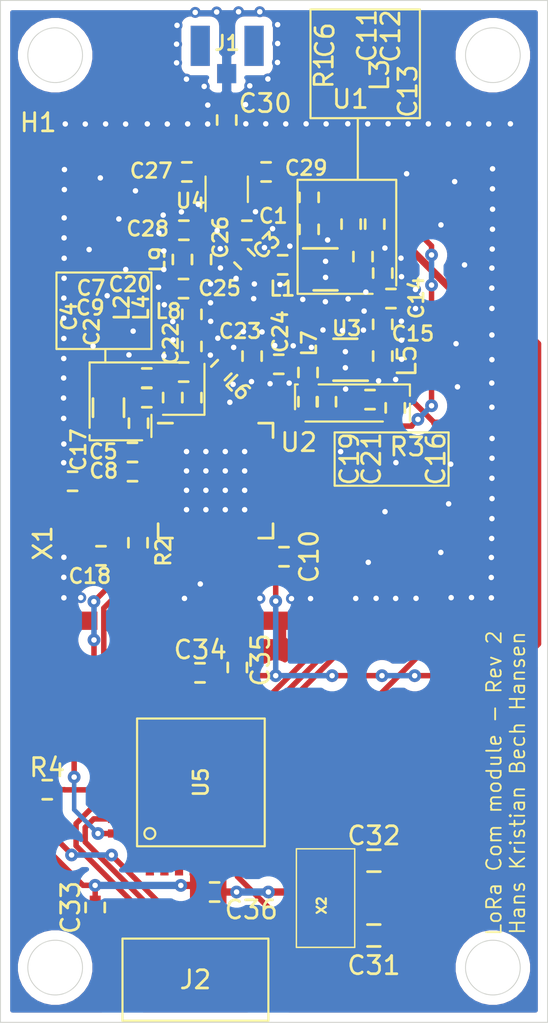
<source format=kicad_pcb>
(kicad_pcb (version 20171130) (host pcbnew "(5.1.4)-1")
  (title_block (title "LoRa Com module") (date 2019-12-13) (rev 2) (company "DTU Space") (comment 4 "Hans Kristian Bech Hansen"))
  (layers (0 F.Cu signal) (31 B.Cu signal) (34 B.Paste user hide) (35 F.Paste user hide) (36 B.SilkS user) (37 F.SilkS user) (38 B.Mask user hide) (39 F.Mask user hide) (44 Edge.Cuts user))
  (net 0 "")
  (net 1 /RF_RX)
  (net 2 GND)
  (net 3 "Net-(C3-Pad1)")
  (net 4 +3V3)
  (net 5 "Net-(C5-Pad1)")
  (net 6 "Net-(C7-Pad1)")
  (net 7 "Net-(C8-Pad1)")
  (net 8 "Net-(C13-Pad1)")
  (net 9 "Net-(C13-Pad2)")
  (net 10 "Net-(C15-Pad1)")
  (net 11 "Net-(C17-Pad2)")
  (net 12 "Net-(C18-Pad2)")
  (net 13 /SX1272_RF_TX)
  (net 14 "Net-(C22-Pad1)")
  (net 15 /LNA2_out)
  (net 16 "Net-(C24-Pad2)")
  (net 17 "Net-(C25-Pad1)")
  (net 18 "Net-(C25-Pad2)")
  (net 19 /RF_TX)
  (net 20 "Net-(C28-Pad2)")
  (net 21 /RXTX_SW)
  (net 22 "Net-(C30-Pad1)")
  (net 23 "Net-(C30-Pad2)")
  (net 24 "Net-(C31-Pad2)")
  (net 25 "Net-(C32-Pad2)")
  (net 26 "Net-(C34-Pad1)")
  (net 27 /RX)
  (net 28 /TX)
  (net 29 "Net-(J2-Pad4)")
  (net 30 "Net-(L1-Pad1)")
  (net 31 "Net-(L4-Pad2)")
  (net 32 "Net-(L5-Pad1)")
  (net 33 /SX1272_RF_RX)
  (net 34 "Net-(R1-Pad2)")
  (net 35 "Net-(R3-Pad2)")
  (net 36 /Reset)
  (net 37 "Net-(U1-Pad8)")
  (net 38 "Net-(U1-Pad6)")
  (net 39 "Net-(U1-Pad5)")
  (net 40 "Net-(U1-Pad4)")
  (net 41 "Net-(U1-Pad3)")
  (net 42 /DIO0)
  (net 43 /DIO1)
  (net 44 /DIO2)
  (net 45 /DIO3)
  (net 46 /DIO4)
  (net 47 /DIO5)
  (net 48 /SCK)
  (net 49 /MISO)
  (net 50 /MOSI)
  (net 51 /RF_CS)
  (net 52 "Net-(U2-Pad21)")
  (net 53 "Net-(U2-Pad24)")
  (net 54 "Net-(U3-Pad3)")
  (net 55 "Net-(U3-Pad4)")
  (net 56 "Net-(U3-Pad5)")
  (net 57 "Net-(U3-Pad6)")
  (net 58 "Net-(U3-Pad8)")
  (net 59 "Net-(U5-Pad1)")
  (net 60 "Net-(U5-Pad2)")
  (net 61 "Net-(U5-Pad9)")
  (net 62 "Net-(U5-Pad10)")
  (net 63 "Net-(U5-Pad11)")
  (net 64 "Net-(U5-Pad12)")
  (net 65 "Net-(U5-Pad14)")
  (net 66 "Net-(U5-Pad19)")
  (net 67 "Net-(U5-Pad22)")
  (net 68 "Net-(L2-Pad2)")
  (module dtusat:UFL_Feedtrough (layer F.Cu) (at 198.2212 105.3582)
    (fp_text reference J1 (at 0 -0.1514) (layer F.SilkS) (effects (font (size 0.8 0.8))))
    (fp_text value COAX)
    (pad 4 smd rect (at 1.475 0) (size 1.05 2.2) (layers F.Cu F.Paste F.Mask))
    (pad 3 smd rect (at -1.475 0) (size 1.05 2.2) (layers F.Cu F.Paste F.Mask))
    (pad 1 smd rect (at -0.025 1.525) (size 1.05 1.05) (layers F.Cu F.Paste F.Mask) (net 22 "Net-(C30-Pad1)"))
    (pad 6 smd rect (at 1.475 0) (size 1.05 2.2) (layers B.Cu B.Paste B.Mask))
    (pad 5 smd rect (at -1.475 0) (size 1.05 2.2) (layers B.Cu B.Paste B.Mask))
    (pad 2 smd rect (at -0.025 1.525) (size 1.05 1.05) (layers B.Cu B.Paste B.Mask) (net 2 GND))
  )
  (module dtusat:via-0.6mm-0.3mm_drill (layer F.Cu) (at 204.70284 122.999)
    (fp_text reference "" hide)
    (fp_text value "" hide)
    (pad 1 thru_hole circle (at 0 0) (size 0.6 0.6) (drill 0.3) (layers *.Cu *.Mask) (net 2 GND))
  )
  (module dtusat:via-0.6mm-0.3mm_drill (layer F.Cu) (at 204.70284 122.119)
    (fp_text reference "" hide)
    (fp_text value "" hide)
    (pad 1 thru_hole circle (at 0 0) (size 0.6 0.6) (drill 0.3) (layers *.Cu *.Mask) (net 2 GND))
  )
  (module dtusat:via-0.6mm-0.3mm_drill (layer F.Cu) (at 203.61656 118.04708)
    (fp_text reference "" hide)
    (fp_text value "" hide)
    (pad 1 thru_hole circle (at 0 0) (size 0.6 0.6) (drill 0.3) (layers *.Cu *.Mask) (net 2 GND))
  )
  (module dtusat:via-0.6mm-0.3mm_drill (layer F.Cu) (at 203.61656 117.16708)
    (fp_text reference "" hide)
    (fp_text value "" hide)
    (pad 1 thru_hole circle (at 0 0) (size 0.6 0.6) (drill 0.3) (layers *.Cu *.Mask) (net 2 GND))
  )
  (module dtusat:via-0.6mm-0.3mm_drill (layer F.Cu) (at 200.00976 103.48976)
    (fp_text reference "" hide)
    (fp_text value "" hide)
    (pad 1 thru_hole circle (at 0 0) (size 0.6 0.6) (drill 0.3) (layers *.Cu *.Mask) (net 2 GND))
  )
  (module dtusat:via-0.6mm-0.3mm_drill (layer F.Cu) (at 198.84644 103.48976)
    (fp_text reference "" hide)
    (fp_text value "" hide)
    (pad 1 thru_hole circle (at 0 0) (size 0.6 0.6) (drill 0.3) (layers *.Cu *.Mask) (net 2 GND))
  )
  (module dtusat:via-0.6mm-0.3mm_drill (layer F.Cu) (at 197.64502 103.50246)
    (fp_text reference "" hide)
    (fp_text value "" hide)
    (pad 1 thru_hole circle (at 0 0) (size 0.6 0.6) (drill 0.3) (layers *.Cu *.Mask) (net 2 GND))
  )
  (module dtusat:via-0.6mm-0.3mm_drill (layer F.Cu) (at 196.469 103.52532)
    (fp_text reference "" hide)
    (fp_text value "" hide)
    (pad 1 thru_hole circle (at 0 0) (size 0.6 0.6) (drill 0.3) (layers *.Cu *.Mask) (net 2 GND))
  )
  (module dtusat:via-0.6mm-0.3mm_drill (layer F.Cu) (at 205.95844 133.66242)
    (fp_text reference "" hide)
    (fp_text value "" hide)
    (pad 1 thru_hole circle (at 0 0) (size 0.6 0.6) (drill 0.3) (layers *.Cu *.Mask) (net 2 GND))
  )
  (module dtusat:via-0.6mm-0.3mm_drill (layer F.Cu) (at 209.93608 133.11886)
    (fp_text reference "" hide)
    (fp_text value "" hide)
    (pad 1 thru_hole circle (at 0 0) (size 0.6 0.6) (drill 0.3) (layers *.Cu *.Mask) (net 2 GND))
  )
  (module dtusat:via-0.6mm-0.3mm_drill (layer F.Cu) (at 210.36534 130.45694)
    (fp_text reference "" hide)
    (fp_text value "" hide)
    (pad 1 thru_hole circle (at 0 0) (size 0.6 0.6) (drill 0.3) (layers *.Cu *.Mask) (net 2 GND))
  )
  (module dtusat:via-0.6mm-0.3mm_drill (layer F.Cu) (at 206.87538 130.8862)
    (fp_text reference "" hide)
    (fp_text value "" hide)
    (pad 1 thru_hole circle (at 0 0) (size 0.6 0.6) (drill 0.3) (layers *.Cu *.Mask) (net 2 GND))
  )
  (module dtusat:via-0.6mm-0.3mm_drill (layer F.Cu) (at 207.47482 128.19888)
    (fp_text reference "" hide)
    (fp_text value "" hide)
    (pad 1 thru_hole circle (at 0 0) (size 0.6 0.6) (drill 0.3) (layers *.Cu *.Mask) (net 2 GND))
  )
  (module dtusat:via-0.6mm-0.3mm_drill (layer F.Cu) (at 204.44206 127.5969)
    (fp_text reference "" hide)
    (fp_text value "" hide)
    (pad 1 thru_hole circle (at 0 0) (size 0.6 0.6) (drill 0.3) (layers *.Cu *.Mask) (net 2 GND))
  )
  (module dtusat:via-0.6mm-0.3mm_drill (layer F.Cu) (at 210.47964 128.2827)
    (fp_text reference "" hide)
    (fp_text value "" hide)
    (pad 1 thru_hole circle (at 0 0) (size 0.6 0.6) (drill 0.3) (layers *.Cu *.Mask) (net 2 GND))
  )
  (module dtusat:via-0.6mm-0.3mm_drill (layer F.Cu) (at 208.06156 112.36706)
    (fp_text reference "" hide)
    (fp_text value "" hide)
    (pad 1 thru_hole circle (at 0 0) (size 0.6 0.6) (drill 0.3) (layers *.Cu *.Mask) (net 2 GND))
  )
  (module dtusat:via-0.6mm-0.3mm_drill (layer F.Cu) (at 210.69554 112.79886)
    (fp_text reference "" hide)
    (fp_text value "" hide)
    (pad 1 thru_hole circle (at 0 0) (size 0.6 0.6) (drill 0.3) (layers *.Cu *.Mask) (net 2 GND))
  )
  (module dtusat:via-0.6mm-0.3mm_drill (layer F.Cu) (at 209.9437 115.17122)
    (fp_text reference "" hide)
    (fp_text value "" hide)
    (pad 1 thru_hole circle (at 0 0) (size 0.6 0.6) (drill 0.3) (layers *.Cu *.Mask) (net 2 GND))
  )
  (module dtusat:via-0.6mm-0.3mm_drill (layer F.Cu) (at 211.23656 117.36324)
    (fp_text reference "" hide)
    (fp_text value "" hide)
    (pad 1 thru_hole circle (at 0 0) (size 0.6 0.6) (drill 0.3) (layers *.Cu *.Mask) (net 2 GND))
  )
  (module dtusat:via-0.6mm-0.3mm_drill (layer F.Cu) (at 210.77174 121.68124)
    (fp_text reference "" hide)
    (fp_text value "" hide)
    (pad 1 thru_hole circle (at 0 0) (size 0.6 0.6) (drill 0.3) (layers *.Cu *.Mask) (net 2 GND))
  )
  (module dtusat:via-0.6mm-0.3mm_drill (layer F.Cu) (at 210.85048 124.04598)
    (fp_text reference "" hide)
    (fp_text value "" hide)
    (pad 1 thru_hole circle (at 0 0) (size 0.6 0.6) (drill 0.3) (layers *.Cu *.Mask) (net 2 GND))
  )
  (module dtusat:via-0.6mm-0.3mm_drill (layer F.Cu) (at 192.8368 122.29338)
    (fp_text reference "" hide)
    (fp_text value "" hide)
    (pad 1 thru_hole circle (at 0 0) (size 0.6 0.6) (drill 0.3) (layers *.Cu *.Mask) (net 2 GND))
  )
  (module dtusat:via-0.6mm-0.3mm_drill (layer F.Cu) (at 190.87084 121.81586)
    (fp_text reference "" hide)
    (fp_text value "" hide)
    (pad 1 thru_hole circle (at 0 0) (size 0.6 0.6) (drill 0.3) (layers *.Cu *.Mask) (net 2 GND))
  )
  (module dtusat:via-0.6mm-0.3mm_drill (layer F.Cu) (at 190.6524 116.5225)
    (fp_text reference "" hide)
    (fp_text value "" hide)
    (pad 1 thru_hole circle (at 0 0) (size 0.6 0.6) (drill 0.3) (layers *.Cu *.Mask) (net 2 GND))
  )
  (module dtusat:via-0.6mm-0.3mm_drill (layer F.Cu) (at 192.659 117.6147)
    (fp_text reference "" hide)
    (fp_text value "" hide)
    (pad 1 thru_hole circle (at 0 0) (size 0.6 0.6) (drill 0.3) (layers *.Cu *.Mask) (net 2 GND))
  )
  (module dtusat:via-0.6mm-0.3mm_drill (layer F.Cu) (at 193.1924 113.30432)
    (fp_text reference "" hide)
    (fp_text value "" hide)
    (pad 1 thru_hole circle (at 0 0) (size 0.6 0.6) (drill 0.3) (layers *.Cu *.Mask) (net 2 GND))
  )
  (module dtusat:via-0.6mm-0.3mm_drill (layer F.Cu) (at 193.0654 120.9929)
    (fp_text reference "" hide)
    (fp_text value "" hide)
    (pad 1 thru_hole circle (at 0 0) (size 0.6 0.6) (drill 0.3) (layers *.Cu *.Mask) (net 2 GND))
  )
  (module dtusat:via-0.6mm-0.3mm_drill (layer F.Cu) (at 192.28308 114.8461)
    (fp_text reference "" hide)
    (fp_text value "" hide)
    (pad 1 thru_hole circle (at 0 0) (size 0.6 0.6) (drill 0.3) (layers *.Cu *.Mask) (net 2 GND))
  )
  (module dtusat:via-0.6mm-0.3mm_drill (layer F.Cu) (at 191.643 119.0498)
    (fp_text reference "" hide)
    (fp_text value "" hide)
    (pad 1 thru_hole circle (at 0 0) (size 0.6 0.6) (drill 0.3) (layers *.Cu *.Mask) (net 2 GND))
  )
  (module dtusat:via-0.6mm-0.3mm_drill (layer F.Cu) (at 191.26708 112.59566)
    (fp_text reference "" hide)
    (fp_text value "" hide)
    (pad 1 thru_hole circle (at 0 0) (size 0.6 0.6) (drill 0.3) (layers *.Cu *.Mask) (net 2 GND))
  )
  (module dtusat:via-0.6mm-0.3mm_drill (layer F.Cu) (at 200.01738 135.63854)
    (fp_text reference "" hide)
    (fp_text value "" hide)
    (pad 1 thru_hole circle (at 0 0) (size 0.6 0.6) (drill 0.3) (layers *.Cu *.Mask) (net 2 GND))
  )
  (module dtusat:via-0.6mm-0.3mm_drill (layer F.Cu) (at 201.74712 135.65124 180)
    (fp_text reference "" hide)
    (fp_text value "" hide)
    (pad 1 thru_hole circle (at 0 0 180) (size 0.6 0.6) (drill 0.3) (layers *.Cu *.Mask) (net 2 GND))
  )
  (module dtusat:via-0.6mm-0.3mm_drill (layer F.Cu) (at 202.7936 135.6487 180)
    (fp_text reference "" hide)
    (fp_text value "" hide)
    (pad 1 thru_hole circle (at 0 0 180) (size 0.6 0.6) (drill 0.3) (layers *.Cu *.Mask) (net 2 GND))
  )
  (module dtusat:via-0.6mm-0.3mm_drill (layer F.Cu) (at 206.3877 135.636 180)
    (fp_text reference "" hide)
    (fp_text value "" hide)
    (pad 1 thru_hole circle (at 0 0 180) (size 0.6 0.6) (drill 0.3) (layers *.Cu *.Mask) (net 2 GND))
  )
  (module dtusat:via-0.6mm-0.3mm_drill (layer F.Cu) (at 205.27264 135.64108 180)
    (fp_text reference "" hide)
    (fp_text value "" hide)
    (pad 1 thru_hole circle (at 0 0 180) (size 0.6 0.6) (drill 0.3) (layers *.Cu *.Mask) (net 2 GND))
  )
  (module dtusat:via-0.6mm-0.3mm_drill (layer F.Cu) (at 207.46212 135.64108 180)
    (fp_text reference "" hide)
    (fp_text value "" hide)
    (pad 1 thru_hole circle (at 0 0 180) (size 0.6 0.6) (drill 0.3) (layers *.Cu *.Mask) (net 2 GND))
  )
  (module dtusat:via-0.6mm-0.3mm_drill (layer F.Cu) (at 208.57718 135.636 180)
    (fp_text reference "" hide)
    (fp_text value "" hide)
    (pad 1 thru_hole circle (at 0 0 180) (size 0.6 0.6) (drill 0.3) (layers *.Cu *.Mask) (net 2 GND))
  )
  (module dtusat:via-0.6mm-0.3mm_drill (layer F.Cu) (at 210.5025 135.5979 180)
    (fp_text reference "" hide)
    (fp_text value "" hide)
    (pad 1 thru_hole circle (at 0 0 180) (size 0.6 0.6) (drill 0.3) (layers *.Cu *.Mask) (net 2 GND))
  )
  (module dtusat:via-0.6mm-0.3mm_drill (layer F.Cu) (at 211.61756 135.59282 180)
    (fp_text reference "" hide)
    (fp_text value "" hide)
    (pad 1 thru_hole circle (at 0 0 180) (size 0.6 0.6) (drill 0.3) (layers *.Cu *.Mask) (net 2 GND))
  )
  (module dtusat:via-0.6mm-0.3mm_drill (layer F.Cu) (at 212.70722 135.60806 90)
    (fp_text reference "" hide)
    (fp_text value "" hide)
    (pad 1 thru_hole circle (at 0 0 90) (size 0.6 0.6) (drill 0.3) (layers *.Cu *.Mask) (net 2 GND))
  )
  (module dtusat:via-0.6mm-0.3mm_drill (layer F.Cu) (at 212.70214 134.493 90)
    (fp_text reference "" hide)
    (fp_text value "" hide)
    (pad 1 thru_hole circle (at 0 0 90) (size 0.6 0.6) (drill 0.3) (layers *.Cu *.Mask) (net 2 GND))
  )
  (module dtusat:via-0.6mm-0.3mm_drill (layer F.Cu) (at 212.74278 127.95758 90)
    (fp_text reference "" hide)
    (fp_text value "" hide)
    (pad 1 thru_hole circle (at 0 0 90) (size 0.6 0.6) (drill 0.3) (layers *.Cu *.Mask) (net 2 GND))
  )
  (module dtusat:via-0.6mm-0.3mm_drill (layer F.Cu) (at 212.7377 131.2672 90)
    (fp_text reference "" hide)
    (fp_text value "" hide)
    (pad 1 thru_hole circle (at 0 0 90) (size 0.6 0.6) (drill 0.3) (layers *.Cu *.Mask) (net 2 GND))
  )
  (module dtusat:via-0.6mm-0.3mm_drill (layer F.Cu) (at 212.74278 130.16992 90)
    (fp_text reference "" hide)
    (fp_text value "" hide)
    (pad 1 thru_hole circle (at 0 0 90) (size 0.6 0.6) (drill 0.3) (layers *.Cu *.Mask) (net 2 GND))
  )
  (module dtusat:via-0.6mm-0.3mm_drill (layer F.Cu) (at 212.725 132.35432 90)
    (fp_text reference "" hide)
    (fp_text value "" hide)
    (pad 1 thru_hole circle (at 0 0 90) (size 0.6 0.6) (drill 0.3) (layers *.Cu *.Mask) (net 2 GND))
  )
  (module dtusat:via-0.6mm-0.3mm_drill (layer F.Cu) (at 212.70722 133.39572 90)
    (fp_text reference "" hide)
    (fp_text value "" hide)
    (pad 1 thru_hole circle (at 0 0 90) (size 0.6 0.6) (drill 0.3) (layers *.Cu *.Mask) (net 2 GND))
  )
  (module dtusat:via-0.6mm-0.3mm_drill (layer F.Cu) (at 212.7377 129.05486 90)
    (fp_text reference "" hide)
    (fp_text value "" hide)
    (pad 1 thru_hole circle (at 0 0 90) (size 0.6 0.6) (drill 0.3) (layers *.Cu *.Mask) (net 2 GND))
  )
  (module dtusat:via-0.6mm-0.3mm_drill (layer F.Cu) (at 209.25282 109.63402)
    (fp_text reference "" hide)
    (fp_text value "" hide)
    (pad 1 thru_hole circle (at 0 0) (size 0.6 0.6) (drill 0.3) (layers *.Cu *.Mask) (net 2 GND))
  )
  (module dtusat:via-0.6mm-0.3mm_drill (layer F.Cu) (at 212.56244 109.6391)
    (fp_text reference "" hide)
    (fp_text value "" hide)
    (pad 1 thru_hole circle (at 0 0) (size 0.6 0.6) (drill 0.3) (layers *.Cu *.Mask) (net 2 GND))
  )
  (module dtusat:via-0.6mm-0.3mm_drill (layer F.Cu) (at 211.46516 109.63402)
    (fp_text reference "" hide)
    (fp_text value "" hide)
    (pad 1 thru_hole circle (at 0 0) (size 0.6 0.6) (drill 0.3) (layers *.Cu *.Mask) (net 2 GND))
  )
  (module dtusat:via-0.6mm-0.3mm_drill (layer F.Cu) (at 212.74532 126.87554 90)
    (fp_text reference "" hide)
    (fp_text value "" hide)
    (pad 1 thru_hole circle (at 0 0 90) (size 0.6 0.6) (drill 0.3) (layers *.Cu *.Mask) (net 2 GND))
  )
  (module dtusat:via-0.6mm-0.3mm_drill (layer F.Cu) (at 210.3501 109.6391)
    (fp_text reference "" hide)
    (fp_text value "" hide)
    (pad 1 thru_hole circle (at 0 0) (size 0.6 0.6) (drill 0.3) (layers *.Cu *.Mask) (net 2 GND))
  )
  (module dtusat:via-0.6mm-0.3mm_drill (layer F.Cu) (at 213.75116 109.63148)
    (fp_text reference "" hide)
    (fp_text value "" hide)
    (pad 1 thru_hole circle (at 0 0) (size 0.6 0.6) (drill 0.3) (layers *.Cu *.Mask) (net 2 GND))
  )
  (module dtusat:via-0.6mm-0.3mm_drill (layer F.Cu) (at 212.7377 125.16104 90)
    (fp_text reference "" hide)
    (fp_text value "" hide)
    (pad 1 thru_hole circle (at 0 0 90) (size 0.6 0.6) (drill 0.3) (layers *.Cu *.Mask) (net 2 GND))
  )
  (module dtusat:via-0.6mm-0.3mm_drill (layer F.Cu) (at 212.73008 123.8377 90)
    (fp_text reference "" hide)
    (fp_text value "" hide)
    (pad 1 thru_hole circle (at 0 0 90) (size 0.6 0.6) (drill 0.3) (layers *.Cu *.Mask) (net 2 GND))
  )
  (module dtusat:via-0.6mm-0.3mm_drill (layer F.Cu) (at 203.64704 109.63656)
    (fp_text reference "" hide)
    (fp_text value "" hide)
    (pad 1 thru_hole circle (at 0 0) (size 0.6 0.6) (drill 0.3) (layers *.Cu *.Mask) (net 2 GND))
  )
  (module dtusat:via-0.6mm-0.3mm_drill (layer F.Cu) (at 202.54976 109.63148)
    (fp_text reference "" hide)
    (fp_text value "" hide)
    (pad 1 thru_hole circle (at 0 0) (size 0.6 0.6) (drill 0.3) (layers *.Cu *.Mask) (net 2 GND))
  )
  (module dtusat:via-0.6mm-0.3mm_drill (layer F.Cu) (at 200.33742 109.63148)
    (fp_text reference "" hide)
    (fp_text value "" hide)
    (pad 1 thru_hole circle (at 0 0) (size 0.6 0.6) (drill 0.3) (layers *.Cu *.Mask) (net 2 GND))
  )
  (module dtusat:via-0.6mm-0.3mm_drill (layer F.Cu) (at 201.4347 109.63656)
    (fp_text reference "" hide)
    (fp_text value "" hide)
    (pad 1 thru_hole circle (at 0 0) (size 0.6 0.6) (drill 0.3) (layers *.Cu *.Mask) (net 2 GND))
  )
  (module dtusat:via-0.6mm-0.3mm_drill (layer F.Cu) (at 204.83576 109.62894)
    (fp_text reference "" hide)
    (fp_text value "" hide)
    (pad 1 thru_hole circle (at 0 0) (size 0.6 0.6) (drill 0.3) (layers *.Cu *.Mask) (net 2 GND))
  )
  (module dtusat:via-0.6mm-0.3mm_drill (layer F.Cu) (at 205.93304 109.63402)
    (fp_text reference "" hide)
    (fp_text value "" hide)
    (pad 1 thru_hole circle (at 0 0) (size 0.6 0.6) (drill 0.3) (layers *.Cu *.Mask) (net 2 GND))
  )
  (module dtusat:via-0.6mm-0.3mm_drill (layer F.Cu) (at 207.0481 109.62894)
    (fp_text reference "" hide)
    (fp_text value "" hide)
    (pad 1 thru_hole circle (at 0 0) (size 0.6 0.6) (drill 0.3) (layers *.Cu *.Mask) (net 2 GND))
  )
  (module dtusat:via-0.6mm-0.3mm_drill (layer F.Cu) (at 208.14538 109.63402)
    (fp_text reference "" hide)
    (fp_text value "" hide)
    (pad 1 thru_hole circle (at 0 0) (size 0.6 0.6) (drill 0.3) (layers *.Cu *.Mask) (net 2 GND))
  )
  (module dtusat:via-0.6mm-0.3mm_drill (layer F.Cu) (at 212.7377 117.53596 90)
    (fp_text reference "" hide)
    (fp_text value "" hide)
    (pad 1 thru_hole circle (at 0 0 90) (size 0.6 0.6) (drill 0.3) (layers *.Cu *.Mask) (net 2 GND))
  )
  (module dtusat:via-0.6mm-0.3mm_drill (layer F.Cu) (at 212.7377 122.555 90)
    (fp_text reference "" hide)
    (fp_text value "" hide)
    (pad 1 thru_hole circle (at 0 0 90) (size 0.6 0.6) (drill 0.3) (layers *.Cu *.Mask) (net 2 GND))
  )
  (module dtusat:via-0.6mm-0.3mm_drill (layer F.Cu) (at 212.7377 119.7483 90)
    (fp_text reference "" hide)
    (fp_text value "" hide)
    (pad 1 thru_hole circle (at 0 0 90) (size 0.6 0.6) (drill 0.3) (layers *.Cu *.Mask) (net 2 GND))
  )
  (module dtusat:via-0.6mm-0.3mm_drill (layer F.Cu) (at 212.7377 121.20372 90)
    (fp_text reference "" hide)
    (fp_text value "" hide)
    (pad 1 thru_hole circle (at 0 0 90) (size 0.6 0.6) (drill 0.3) (layers *.Cu *.Mask) (net 2 GND))
  )
  (module dtusat:via-0.6mm-0.3mm_drill (layer F.Cu) (at 212.73262 118.63324 90)
    (fp_text reference "" hide)
    (fp_text value "" hide)
    (pad 1 thru_hole circle (at 0 0 90) (size 0.6 0.6) (drill 0.3) (layers *.Cu *.Mask) (net 2 GND))
  )
  (module dtusat:via-0.6mm-0.3mm_drill (layer F.Cu) (at 212.76818 113.1951 90)
    (fp_text reference "" hide)
    (fp_text value "" hide)
    (pad 1 thru_hole circle (at 0 0 90) (size 0.6 0.6) (drill 0.3) (layers *.Cu *.Mask) (net 2 GND))
  )
  (module dtusat:via-0.6mm-0.3mm_drill (layer F.Cu) (at 212.77326 112.09782 90)
    (fp_text reference "" hide)
    (fp_text value "" hide)
    (pad 1 thru_hole circle (at 0 0 90) (size 0.6 0.6) (drill 0.3) (layers *.Cu *.Mask) (net 2 GND))
  )
  (module dtusat:via-0.6mm-0.3mm_drill (layer F.Cu) (at 212.76818 115.40744 90)
    (fp_text reference "" hide)
    (fp_text value "" hide)
    (pad 1 thru_hole circle (at 0 0 90) (size 0.6 0.6) (drill 0.3) (layers *.Cu *.Mask) (net 2 GND))
  )
  (module dtusat:via-0.6mm-0.3mm_drill (layer F.Cu) (at 212.77326 114.31016 90)
    (fp_text reference "" hide)
    (fp_text value "" hide)
    (pad 1 thru_hole circle (at 0 0 90) (size 0.6 0.6) (drill 0.3) (layers *.Cu *.Mask) (net 2 GND))
  )
  (module dtusat:via-0.6mm-0.3mm_drill (layer F.Cu) (at 212.75548 116.49456 90)
    (fp_text reference "" hide)
    (fp_text value "" hide)
    (pad 1 thru_hole circle (at 0 0 90) (size 0.6 0.6) (drill 0.3) (layers *.Cu *.Mask) (net 2 GND))
  )
  (module dtusat:via-0.6mm-0.3mm_drill (layer F.Cu) (at 196.7484 134.8486 90)
    (fp_text reference "" hide)
    (fp_text value "" hide)
    (pad 1 thru_hole circle (at 0 0 90) (size 0.6 0.6) (drill 0.3) (layers *.Cu *.Mask) (net 2 GND))
  )
  (module dtusat:via-0.6mm-0.3mm_drill (layer F.Cu) (at 195.87972 135.63854 90)
    (fp_text reference "" hide)
    (fp_text value "" hide)
    (pad 1 thru_hole circle (at 0 0 90) (size 0.6 0.6) (drill 0.3) (layers *.Cu *.Mask) (net 2 GND))
  )
  (module dtusat:via-0.6mm-0.3mm_drill (layer F.Cu) (at 190.1952 135.5979 90)
    (fp_text reference "" hide)
    (fp_text value "" hide)
    (pad 1 thru_hole circle (at 0 0 90) (size 0.6 0.6) (drill 0.3) (layers *.Cu *.Mask) (net 2 GND))
  )
  (module dtusat:via-0.6mm-0.3mm_drill (layer F.Cu) (at 189.2681 135.60552 90)
    (fp_text reference "" hide)
    (fp_text value "" hide)
    (pad 1 thru_hole circle (at 0 0 90) (size 0.6 0.6) (drill 0.3) (layers *.Cu *.Mask) (net 2 GND))
  )
  (module dtusat:via-0.6mm-0.3mm_drill (layer F.Cu) (at 189.2681 133.38556 90)
    (fp_text reference "" hide)
    (fp_text value "" hide)
    (pad 1 thru_hole circle (at 0 0 90) (size 0.6 0.6) (drill 0.3) (layers *.Cu *.Mask) (net 2 GND))
  )
  (module dtusat:via-0.6mm-0.3mm_drill (layer F.Cu) (at 189.26302 134.48284 90)
    (fp_text reference "" hide)
    (fp_text value "" hide)
    (pad 1 thru_hole circle (at 0 0 90) (size 0.6 0.6) (drill 0.3) (layers *.Cu *.Mask) (net 2 GND))
  )
  (module dtusat:via-0.6mm-0.3mm_drill (layer F.Cu) (at 189.2935 113.23574 90)
    (fp_text reference "" hide)
    (fp_text value "" hide)
    (pad 1 thru_hole circle (at 0 0 90) (size 0.6 0.6) (drill 0.3) (layers *.Cu *.Mask) (net 2 GND))
  )
  (module dtusat:via-0.6mm-0.3mm_drill (layer F.Cu) (at 189.29858 112.13846 90)
    (fp_text reference "" hide)
    (fp_text value "" hide)
    (pad 1 thru_hole circle (at 0 0 90) (size 0.6 0.6) (drill 0.3) (layers *.Cu *.Mask) (net 2 GND))
  )
  (module dtusat:via-0.6mm-0.3mm_drill (layer F.Cu) (at 189.25794 128.20396 90)
    (fp_text reference "" hide)
    (fp_text value "" hide)
    (pad 1 thru_hole circle (at 0 0 90) (size 0.6 0.6) (drill 0.3) (layers *.Cu *.Mask) (net 2 GND))
  )
  (module dtusat:via-0.6mm-0.3mm_drill (layer F.Cu) (at 189.2554 125.77318 90)
    (fp_text reference "" hide)
    (fp_text value "" hide)
    (pad 1 thru_hole circle (at 0 0 90) (size 0.6 0.6) (drill 0.3) (layers *.Cu *.Mask) (net 2 GND))
  )
  (module dtusat:via-0.6mm-0.3mm_drill (layer F.Cu) (at 189.25032 124.65812 90)
    (fp_text reference "" hide)
    (fp_text value "" hide)
    (pad 1 thru_hole circle (at 0 0 90) (size 0.6 0.6) (drill 0.3) (layers *.Cu *.Mask) (net 2 GND))
  )
  (module dtusat:via-0.6mm-0.3mm_drill (layer F.Cu) (at 189.26556 127.1778 90)
    (fp_text reference "" hide)
    (fp_text value "" hide)
    (pad 1 thru_hole circle (at 0 0 90) (size 0.6 0.6) (drill 0.3) (layers *.Cu *.Mask) (net 2 GND))
  )
  (module dtusat:via-0.6mm-0.3mm_drill (layer F.Cu) (at 189.2554 123.56084 90)
    (fp_text reference "" hide)
    (fp_text value "" hide)
    (pad 1 thru_hole circle (at 0 0 90) (size 0.6 0.6) (drill 0.3) (layers *.Cu *.Mask) (net 2 GND))
  )
  (module dtusat:via-0.6mm-0.3mm_drill (layer F.Cu) (at 189.26048 120.27916 90)
    (fp_text reference "" hide)
    (fp_text value "" hide)
    (pad 1 thru_hole circle (at 0 0 90) (size 0.6 0.6) (drill 0.3) (layers *.Cu *.Mask) (net 2 GND))
  )
  (module dtusat:via-0.6mm-0.3mm_drill (layer F.Cu) (at 189.26556 119.18188 90)
    (fp_text reference "" hide)
    (fp_text value "" hide)
    (pad 1 thru_hole circle (at 0 0 90) (size 0.6 0.6) (drill 0.3) (layers *.Cu *.Mask) (net 2 GND))
  )
  (module dtusat:via-0.6mm-0.3mm_drill (layer F.Cu) (at 189.26048 122.4915 90)
    (fp_text reference "" hide)
    (fp_text value "" hide)
    (pad 1 thru_hole circle (at 0 0 90) (size 0.6 0.6) (drill 0.3) (layers *.Cu *.Mask) (net 2 GND))
  )
  (module dtusat:via-0.6mm-0.3mm_drill (layer F.Cu) (at 189.26556 121.39422 90)
    (fp_text reference "" hide)
    (fp_text value "" hide)
    (pad 1 thru_hole circle (at 0 0 90) (size 0.6 0.6) (drill 0.3) (layers *.Cu *.Mask) (net 2 GND))
  )
  (module dtusat:via-0.6mm-0.3mm_drill (layer F.Cu) (at 189.28334 114.78514 90)
    (fp_text reference "" hide)
    (fp_text value "" hide)
    (pad 1 thru_hole circle (at 0 0 90) (size 0.6 0.6) (drill 0.3) (layers *.Cu *.Mask) (net 2 GND))
  )
  (module dtusat:via-0.6mm-0.3mm_drill (layer F.Cu) (at 189.27826 115.88242 90)
    (fp_text reference "" hide)
    (fp_text value "" hide)
    (pad 1 thru_hole circle (at 0 0 90) (size 0.6 0.6) (drill 0.3) (layers *.Cu *.Mask) (net 2 GND))
  )
  (module dtusat:via-0.6mm-0.3mm_drill (layer F.Cu) (at 189.27826 118.09476 90)
    (fp_text reference "" hide)
    (fp_text value "" hide)
    (pad 1 thru_hole circle (at 0 0 90) (size 0.6 0.6) (drill 0.3) (layers *.Cu *.Mask) (net 2 GND))
  )
  (module dtusat:via-0.6mm-0.3mm_drill (layer F.Cu) (at 189.28334 116.99748 90)
    (fp_text reference "" hide)
    (fp_text value "" hide)
    (pad 1 thru_hole circle (at 0 0 90) (size 0.6 0.6) (drill 0.3) (layers *.Cu *.Mask) (net 2 GND))
  )
  (module dtusat:via-0.6mm-0.3mm_drill (layer F.Cu) (at 189.3443 109.6391)
    (fp_text reference "" hide)
    (fp_text value "" hide)
    (pad 1 thru_hole circle (at 0 0) (size 0.6 0.6) (drill 0.3) (layers *.Cu *.Mask) (net 2 GND))
  )
  (module dtusat:via-0.6mm-0.3mm_drill (layer F.Cu) (at 190.44158 109.64418)
    (fp_text reference "" hide)
    (fp_text value "" hide)
    (pad 1 thru_hole circle (at 0 0) (size 0.6 0.6) (drill 0.3) (layers *.Cu *.Mask) (net 2 GND))
  )
  (module dtusat:via-0.6mm-0.3mm_drill (layer F.Cu) (at 191.55664 109.6391)
    (fp_text reference "" hide)
    (fp_text value "" hide)
    (pad 1 thru_hole circle (at 0 0) (size 0.6 0.6) (drill 0.3) (layers *.Cu *.Mask) (net 2 GND))
  )
  (module dtusat:via-0.6mm-0.3mm_drill (layer F.Cu) (at 192.65392 109.64418)
    (fp_text reference "" hide)
    (fp_text value "" hide)
    (pad 1 thru_hole circle (at 0 0) (size 0.6 0.6) (drill 0.3) (layers *.Cu *.Mask) (net 2 GND))
  )
  (module dtusat:via-0.6mm-0.3mm_drill (layer F.Cu) (at 193.84264 109.63656)
    (fp_text reference "" hide)
    (fp_text value "" hide)
    (pad 1 thru_hole circle (at 0 0) (size 0.6 0.6) (drill 0.3) (layers *.Cu *.Mask) (net 2 GND))
  )
  (module dtusat:via-0.6mm-0.3mm_drill (layer F.Cu) (at 194.93992 109.64164)
    (fp_text reference "" hide)
    (fp_text value "" hide)
    (pad 1 thru_hole circle (at 0 0) (size 0.6 0.6) (drill 0.3) (layers *.Cu *.Mask) (net 2 GND))
  )
  (module dtusat:via-0.6mm-0.3mm_drill (layer F.Cu) (at 196.05498 109.63656)
    (fp_text reference "" hide)
    (fp_text value "" hide)
    (pad 1 thru_hole circle (at 0 0) (size 0.6 0.6) (drill 0.3) (layers *.Cu *.Mask) (net 2 GND))
  )
  (module dtusat:via-0.6mm-0.3mm_drill (layer F.Cu) (at 200.98766 104.19842)
    (fp_text reference "" hide)
    (fp_text value "" hide)
    (pad 1 thru_hole circle (at 0 0) (size 0.6 0.6) (drill 0.3) (layers *.Cu *.Mask) (net 2 GND))
  )
  (module dtusat:via-0.6mm-0.3mm_drill (layer F.Cu) (at 200.9902 105.22966)
    (fp_text reference "" hide)
    (fp_text value "" hide)
    (pad 1 thru_hole circle (at 0 0) (size 0.6 0.6) (drill 0.3) (layers *.Cu *.Mask) (net 2 GND))
  )
  (module dtusat:via-0.6mm-0.3mm_drill (layer F.Cu) (at 200.98004 106.26852)
    (fp_text reference "" hide)
    (fp_text value "" hide)
    (pad 1 thru_hole circle (at 0 0) (size 0.6 0.6) (drill 0.3) (layers *.Cu *.Mask) (net 2 GND))
  )
  (module dtusat:via-0.6mm-0.3mm_drill (layer F.Cu) (at 200.45426 107.17276)
    (fp_text reference "" hide)
    (fp_text value "" hide)
    (pad 1 thru_hole circle (at 0 0) (size 0.6 0.6) (drill 0.3) (layers *.Cu *.Mask) (net 2 GND))
  )
  (module dtusat:via-0.6mm-0.3mm_drill (layer F.Cu) (at 199.46112 107.54868)
    (fp_text reference "" hide)
    (fp_text value "" hide)
    (pad 1 thru_hole circle (at 0 0) (size 0.6 0.6) (drill 0.3) (layers *.Cu *.Mask) (net 2 GND))
  )
  (module dtusat:via-0.6mm-0.3mm_drill (layer F.Cu) (at 199.22744 108.57738)
    (fp_text reference "" hide)
    (fp_text value "" hide)
    (pad 1 thru_hole circle (at 0 0) (size 0.6 0.6) (drill 0.3) (layers *.Cu *.Mask) (net 2 GND))
  )
  (module dtusat:via-0.6mm-0.3mm_drill (layer F.Cu) (at 199.24522 109.63148)
    (fp_text reference "" hide)
    (fp_text value "" hide)
    (pad 1 thru_hole circle (at 0 0) (size 0.6 0.6) (drill 0.3) (layers *.Cu *.Mask) (net 2 GND))
  )
  (module dtusat:via-0.6mm-0.3mm_drill (layer F.Cu) (at 195.47332 104.23398)
    (fp_text reference "" hide)
    (fp_text value "" hide)
    (pad 1 thru_hole circle (at 0 0) (size 0.6 0.6) (drill 0.3) (layers *.Cu *.Mask) (net 2 GND))
  )
  (module dtusat:via-0.6mm-0.3mm_drill (layer F.Cu) (at 195.44792 105.26522)
    (fp_text reference "" hide)
    (fp_text value "" hide)
    (pad 1 thru_hole circle (at 0 0) (size 0.6 0.6) (drill 0.3) (layers *.Cu *.Mask) (net 2 GND))
  )
  (module dtusat:via-0.6mm-0.3mm_drill (layer F.Cu) (at 195.44792 106.28884)
    (fp_text reference "" hide)
    (fp_text value "" hide)
    (pad 1 thru_hole circle (at 0 0) (size 0.6 0.6) (drill 0.3) (layers *.Cu *.Mask) (net 2 GND))
  )
  (module dtusat:via-0.6mm-0.3mm_drill (layer F.Cu) (at 195.98894 107.18292)
    (fp_text reference "" hide)
    (fp_text value "" hide)
    (pad 1 thru_hole circle (at 0 0) (size 0.6 0.6) (drill 0.3) (layers *.Cu *.Mask) (net 2 GND))
  )
  (module dtusat:via-0.6mm-0.3mm_drill (layer F.Cu) (at 196.96176 107.5817)
    (fp_text reference "" hide)
    (fp_text value "" hide)
    (pad 1 thru_hole circle (at 0 0) (size 0.6 0.6) (drill 0.3) (layers *.Cu *.Mask) (net 2 GND))
  )
  (module dtusat:via-0.6mm-0.3mm_drill (layer F.Cu) (at 197.15734 108.60532)
    (fp_text reference "" hide)
    (fp_text value "" hide)
    (pad 1 thru_hole circle (at 0 0) (size 0.6 0.6) (drill 0.3) (layers *.Cu *.Mask) (net 2 GND))
  )
  (module dtusat:via-0.6mm-0.3mm_drill (layer F.Cu) (at 197.15226 109.64164)
    (fp_text reference "" hide)
    (fp_text value "" hide)
    (pad 1 thru_hole circle (at 0 0) (size 0.6 0.6) (drill 0.3) (layers *.Cu *.Mask) (net 2 GND))
  )
  (module dtusat:via-0.6mm-0.3mm_drill (layer F.Cu) (at 197.05487 130.77827)
    (fp_text reference "" hide)
    (fp_text value "" hide)
    (pad 1 thru_hole circle (at 0 0) (size 0.6 0.6) (drill 0.3) (layers *.Cu *.Mask) (net 2 GND))
  )
  (module dtusat:via-0.6mm-0.3mm_drill (layer F.Cu) (at 195.99237 130.77827)
    (fp_text reference "" hide)
    (fp_text value "" hide)
    (pad 1 thru_hole circle (at 0 0) (size 0.6 0.6) (drill 0.3) (layers *.Cu *.Mask) (net 2 GND))
  )
  (module dtusat:via-0.6mm-0.3mm_drill (layer F.Cu) (at 197.05487 128.65327)
    (fp_text reference "" hide)
    (fp_text value "" hide)
    (pad 1 thru_hole circle (at 0 0) (size 0.6 0.6) (drill 0.3) (layers *.Cu *.Mask) (net 2 GND))
  )
  (module dtusat:via-0.6mm-0.3mm_drill (layer F.Cu) (at 195.99237 129.71577)
    (fp_text reference "" hide)
    (fp_text value "" hide)
    (pad 1 thru_hole circle (at 0 0) (size 0.6 0.6) (drill 0.3) (layers *.Cu *.Mask) (net 2 GND))
  )
  (module dtusat:via-0.6mm-0.3mm_drill (layer F.Cu) (at 195.99237 128.65327)
    (fp_text reference "" hide)
    (fp_text value "" hide)
    (pad 1 thru_hole circle (at 0 0) (size 0.6 0.6) (drill 0.3) (layers *.Cu *.Mask) (net 2 GND))
  )
  (module dtusat:via-0.6mm-0.3mm_drill (layer F.Cu) (at 197.05487 129.71577)
    (fp_text reference "" hide)
    (fp_text value "" hide)
    (pad 1 thru_hole circle (at 0 0) (size 0.6 0.6) (drill 0.3) (layers *.Cu *.Mask) (net 2 GND))
  )
  (module dtusat:via-0.6mm-0.3mm_drill (layer F.Cu) (at 198.11737 128.65327)
    (fp_text reference "" hide)
    (fp_text value "" hide)
    (pad 1 thru_hole circle (at 0 0) (size 0.6 0.6) (drill 0.3) (layers *.Cu *.Mask) (net 2 GND))
  )
  (module dtusat:via-0.6mm-0.3mm_drill (layer F.Cu) (at 198.11737 129.71577)
    (fp_text reference "" hide)
    (fp_text value "" hide)
    (pad 1 thru_hole circle (at 0 0) (size 0.6 0.6) (drill 0.3) (layers *.Cu *.Mask) (net 2 GND))
  )
  (module dtusat:via-0.6mm-0.3mm_drill (layer F.Cu) (at 198.11737 130.77827)
    (fp_text reference "" hide)
    (fp_text value "" hide)
    (pad 1 thru_hole circle (at 0 0) (size 0.6 0.6) (drill 0.3) (layers *.Cu *.Mask) (net 2 GND))
  )
  (module dtusat:via-0.6mm-0.3mm_drill (layer F.Cu) (at 199.17987 130.77827)
    (fp_text reference "" hide)
    (fp_text value "" hide)
    (pad 1 thru_hole circle (at 0 0) (size 0.6 0.6) (drill 0.3) (layers *.Cu *.Mask) (net 2 GND))
  )
  (module dtusat:via-0.6mm-0.3mm_drill (layer F.Cu) (at 199.17987 129.71577)
    (fp_text reference "" hide)
    (fp_text value "" hide)
    (pad 1 thru_hole circle (at 0 0) (size 0.6 0.6) (drill 0.3) (layers *.Cu *.Mask) (net 2 GND))
  )
  (module dtusat:via-0.6mm-0.3mm_drill (layer F.Cu) (at 199.17987 128.65327)
    (fp_text reference "" hide)
    (fp_text value "" hide)
    (pad 1 thru_hole circle (at 0 0) (size 0.6 0.6) (drill 0.3) (layers *.Cu *.Mask) (net 2 GND))
  )
  (module dtusat:via-0.6mm-0.3mm_drill (layer F.Cu) (at 199.17987 127.59077)
    (fp_text reference "" hide)
    (fp_text value "" hide)
    (pad 1 thru_hole circle (at 0 0) (size 0.6 0.6) (drill 0.3) (layers *.Cu *.Mask) (net 2 GND))
  )
  (module dtusat:via-0.6mm-0.3mm_drill (layer F.Cu) (at 198.11737 127.59077)
    (fp_text reference "" hide)
    (fp_text value "" hide)
    (pad 1 thru_hole circle (at 0 0) (size 0.6 0.6) (drill 0.3) (layers *.Cu *.Mask) (net 2 GND))
  )
  (module dtusat:via-0.6mm-0.3mm_drill (layer F.Cu) (at 197.05487 127.59077)
    (fp_text reference "" hide)
    (fp_text value "" hide)
    (pad 1 thru_hole circle (at 0 0) (size 0.6 0.6) (drill 0.3) (layers *.Cu *.Mask) (net 2 GND))
  )
  (module dtusat:via-0.6mm-0.3mm_drill (layer F.Cu) (at 195.99237 127.59077)
    (fp_text reference "" hide)
    (fp_text value "" hide)
    (pad 1 thru_hole circle (at 0 0) (size 0.6 0.6) (drill 0.3) (layers *.Cu *.Mask) (net 2 GND))
  )
  (module dtusat:via-0.6mm-0.3mm_drill (layer F.Cu) (at 198.36892 124.8918)
    (fp_text reference "" hide)
    (fp_text value "" hide)
    (pad 1 thru_hole circle (at 0 0) (size 0.6 0.6) (drill 0.3) (layers *.Cu *.Mask) (net 2 GND))
  )
  (module dtusat:via-0.6mm-0.3mm_drill (layer F.Cu) (at 198.54672 123.90628)
    (fp_text reference "" hide)
    (fp_text value "" hide)
    (pad 1 thru_hole circle (at 0 0) (size 0.6 0.6) (drill 0.3) (layers *.Cu *.Mask) (net 2 GND))
  )
  (module dtusat:via-0.6mm-0.3mm_drill (layer F.Cu) (at 199.5551 123.75896)
    (fp_text reference "" hide)
    (fp_text value "" hide)
    (pad 1 thru_hole circle (at 0 0) (size 0.6 0.6) (drill 0.3) (layers *.Cu *.Mask) (net 2 GND))
  )
  (module dtusat:via-0.6mm-0.3mm_drill (layer F.Cu) (at 200.57364 123.87326)
    (fp_text reference "" hide)
    (fp_text value "" hide)
    (pad 1 thru_hole circle (at 0 0) (size 0.6 0.6) (drill 0.3) (layers *.Cu *.Mask) (net 2 GND))
  )
  (module dtusat:via-0.6mm-0.3mm_drill (layer F.Cu) (at 201.62266 123.84278)
    (fp_text reference "" hide)
    (fp_text value "" hide)
    (pad 1 thru_hole circle (at 0 0) (size 0.6 0.6) (drill 0.3) (layers *.Cu *.Mask) (net 2 GND))
  )
  (module dtusat:via-0.6mm-0.3mm_drill (layer F.Cu) (at 204.71638 124.1679)
    (fp_text reference "" hide)
    (fp_text value "" hide)
    (pad 1 thru_hole circle (at 0 0) (size 0.6 0.6) (drill 0.3) (layers *.Cu *.Mask) (net 2 GND))
  )
  (module dtusat:via-0.6mm-0.3mm_drill (layer F.Cu) (at 206.52486 123.71578)
    (fp_text reference "" hide)
    (fp_text value "" hide)
    (pad 1 thru_hole circle (at 0 0) (size 0.6 0.6) (drill 0.3) (layers *.Cu *.Mask) (net 2 GND))
  )
  (module dtusat:via-0.6mm-0.3mm_drill (layer F.Cu) (at 207.45958 123.64212)
    (fp_text reference "" hide)
    (fp_text value "" hide)
    (pad 1 thru_hole circle (at 0 0) (size 0.6 0.6) (drill 0.3) (layers *.Cu *.Mask) (net 2 GND))
  )
  (module dtusat:via-0.6mm-0.3mm_drill (layer F.Cu) (at 207.78978 122.53468)
    (fp_text reference "" hide)
    (fp_text value "" hide)
    (pad 1 thru_hole circle (at 0 0) (size 0.6 0.6) (drill 0.3) (layers *.Cu *.Mask) (net 2 GND))
  )
  (module dtusat:via-0.6mm-0.3mm_drill (layer F.Cu) (at 207.78216 121.4882)
    (fp_text reference "" hide)
    (fp_text value "" hide)
    (pad 1 thru_hole circle (at 0 0) (size 0.6 0.6) (drill 0.3) (layers *.Cu *.Mask) (net 2 GND))
  )
  (module dtusat:via-0.6mm-0.3mm_drill (layer F.Cu) (at 207.77454 120.44934)
    (fp_text reference "" hide)
    (fp_text value "" hide)
    (pad 1 thru_hole circle (at 0 0) (size 0.6 0.6) (drill 0.3) (layers *.Cu *.Mask) (net 2 GND))
  )
  (module dtusat:via-0.6mm-0.3mm_drill (layer F.Cu) (at 208.54924 119.75592)
    (fp_text reference "" hide)
    (fp_text value "" hide)
    (pad 1 thru_hole circle (at 0 0) (size 0.6 0.6) (drill 0.3) (layers *.Cu *.Mask) (net 2 GND))
  )
  (module dtusat:via-0.6mm-0.3mm_drill (layer F.Cu) (at 208.54924 118.70944)
    (fp_text reference "" hide)
    (fp_text value "" hide)
    (pad 1 thru_hole circle (at 0 0) (size 0.6 0.6) (drill 0.3) (layers *.Cu *.Mask) (net 2 GND))
  )
  (module dtusat:via-0.6mm-0.3mm_drill (layer F.Cu) (at 207.78216 118.0084)
    (fp_text reference "" hide)
    (fp_text value "" hide)
    (pad 1 thru_hole circle (at 0 0) (size 0.6 0.6) (drill 0.3) (layers *.Cu *.Mask) (net 2 GND))
  )
  (module dtusat:via-0.6mm-0.3mm_drill (layer F.Cu) (at 207.75168 116.9924)
    (fp_text reference "" hide)
    (fp_text value "" hide)
    (pad 1 thru_hole circle (at 0 0) (size 0.6 0.6) (drill 0.3) (layers *.Cu *.Mask) (net 2 GND))
  )
  (module dtusat:via-0.6mm-0.3mm_drill (layer F.Cu) (at 203.73086 115.99672)
    (fp_text reference "" hide)
    (fp_text value "" hide)
    (pad 1 thru_hole circle (at 0 0) (size 0.6 0.6) (drill 0.3) (layers *.Cu *.Mask) (net 2 GND))
  )
  (module dtusat:via-0.6mm-0.3mm_drill (layer F.Cu) (at 200.7108 115.3795)
    (fp_text reference "" hide)
    (fp_text value "" hide)
    (pad 1 thru_hole circle (at 0 0) (size 0.6 0.6) (drill 0.3) (layers *.Cu *.Mask) (net 2 GND))
  )
  (module dtusat:via-0.6mm-0.3mm_drill (layer F.Cu) (at 199.77354 114.44986)
    (fp_text reference "" hide)
    (fp_text value "" hide)
    (pad 1 thru_hole circle (at 0 0) (size 0.6 0.6) (drill 0.3) (layers *.Cu *.Mask) (net 2 GND))
  )
  (module dtusat:via-0.6mm-0.3mm_drill (layer F.Cu) (at 201.65822 116.33454)
    (fp_text reference "" hide)
    (fp_text value "" hide)
    (pad 1 thru_hole circle (at 0 0) (size 0.6 0.6) (drill 0.3) (layers *.Cu *.Mask) (net 2 GND))
  )
  (module dtusat:via-0.6mm-0.3mm_drill (layer F.Cu) (at 200.2663 116.41582)
    (fp_text reference "" hide)
    (fp_text value "" hide)
    (pad 1 thru_hole circle (at 0 0) (size 0.6 0.6) (drill 0.3) (layers *.Cu *.Mask) (net 2 GND))
  )
  (module dtusat:via-0.6mm-0.3mm_drill (layer F.Cu) (at 198.70928 118.10238)
    (fp_text reference "" hide)
    (fp_text value "" hide)
    (pad 1 thru_hole circle (at 0 0) (size 0.6 0.6) (drill 0.3) (layers *.Cu *.Mask) (net 2 GND))
  )
  (module dtusat:via-0.6mm-0.3mm_drill (layer F.Cu) (at 199.71258 118.40718)
    (fp_text reference "" hide)
    (fp_text value "" hide)
    (pad 1 thru_hole circle (at 0 0) (size 0.6 0.6) (drill 0.3) (layers *.Cu *.Mask) (net 2 GND))
  )
  (module dtusat:via-0.6mm-0.3mm_drill (layer F.Cu) (at 199.67448 119.21236)
    (fp_text reference "" hide)
    (fp_text value "" hide)
    (pad 1 thru_hole circle (at 0 0) (size 0.6 0.6) (drill 0.3) (layers *.Cu *.Mask) (net 2 GND))
  )
  (module dtusat:via-0.6mm-0.3mm_drill (layer F.Cu) (at 201.1172 118.4402)
    (fp_text reference "" hide)
    (fp_text value "" hide)
    (pad 1 thru_hole circle (at 0 0) (size 0.6 0.6) (drill 0.3) (layers *.Cu *.Mask) (net 2 GND))
  )
  (module dtusat:via-0.6mm-0.3mm_drill (layer F.Cu) (at 202.36688 119.253)
    (fp_text reference "" hide)
    (fp_text value "" hide)
    (pad 1 thru_hole circle (at 0 0) (size 0.6 0.6) (drill 0.3) (layers *.Cu *.Mask) (net 2 GND))
  )
  (module dtusat:via-0.6mm-0.3mm_drill (layer F.Cu) (at 203.6064 119.38)
    (fp_text reference "" hide)
    (fp_text value "" hide)
    (pad 1 thru_hole circle (at 0 0) (size 0.6 0.6) (drill 0.3) (layers *.Cu *.Mask) (net 2 GND))
  )
  (module dtusat:via-0.6mm-0.3mm_drill (layer F.Cu) (at 204.85354 119.22506)
    (fp_text reference "" hide)
    (fp_text value "" hide)
    (pad 1 thru_hole circle (at 0 0) (size 0.6 0.6) (drill 0.3) (layers *.Cu *.Mask) (net 2 GND))
  )
  (module dtusat:via-0.6mm-0.3mm_drill (layer F.Cu) (at 206.8703 116.43868)
    (fp_text reference "" hide)
    (fp_text value "" hide)
    (pad 1 thru_hole circle (at 0 0) (size 0.6 0.6) (drill 0.3) (layers *.Cu *.Mask) (net 2 GND))
  )
  (module dtusat:via-0.6mm-0.3mm_drill (layer F.Cu) (at 205.82382 118.85168)
    (fp_text reference "" hide)
    (fp_text value "" hide)
    (pad 1 thru_hole circle (at 0 0) (size 0.6 0.6) (drill 0.3) (layers *.Cu *.Mask) (net 2 GND))
  )
  (module dtusat:via-0.6mm-0.3mm_drill (layer F.Cu) (at 205.72984 119.89308)
    (fp_text reference "" hide)
    (fp_text value "" hide)
    (pad 1 thru_hole circle (at 0 0) (size 0.6 0.6) (drill 0.3) (layers *.Cu *.Mask) (net 2 GND))
  )
  (module dtusat:via-0.6mm-0.3mm_drill (layer F.Cu) (at 205.69428 120.93702)
    (fp_text reference "" hide)
    (fp_text value "" hide)
    (pad 1 thru_hole circle (at 0 0) (size 0.6 0.6) (drill 0.3) (layers *.Cu *.Mask) (net 2 GND))
  )
  (module dtusat:via-0.6mm-0.3mm_drill (layer F.Cu) (at 204.54112 120.95988)
    (fp_text reference "" hide)
    (fp_text value "" hide)
    (pad 1 thru_hole circle (at 0 0) (size 0.6 0.6) (drill 0.3) (layers *.Cu *.Mask) (net 2 GND))
  )
  (module dtusat:via-0.6mm-0.3mm_drill (layer F.Cu) (at 203.47432 120.9294)
    (fp_text reference "" hide)
    (fp_text value "" hide)
    (pad 1 thru_hole circle (at 0 0) (size 0.6 0.6) (drill 0.3) (layers *.Cu *.Mask) (net 2 GND))
  )
  (module dtusat:via-0.6mm-0.3mm_drill (layer F.Cu) (at 202.84186 121.88444)
    (fp_text reference "" hide)
    (fp_text value "" hide)
    (pad 1 thru_hole circle (at 0 0) (size 0.6 0.6) (drill 0.3) (layers *.Cu *.Mask) (net 2 GND))
  )
  (module dtusat:via-0.6mm-0.3mm_drill (layer F.Cu) (at 201.84364 121.79554)
    (fp_text reference "" hide)
    (fp_text value "" hide)
    (pad 1 thru_hole circle (at 0 0) (size 0.6 0.6) (drill 0.3) (layers *.Cu *.Mask) (net 2 GND))
  )
  (module dtusat:via-0.6mm-0.3mm_drill (layer F.Cu) (at 200.83272 121.7803)
    (fp_text reference "" hide)
    (fp_text value "" hide)
    (pad 1 thru_hole circle (at 0 0) (size 0.6 0.6) (drill 0.3) (layers *.Cu *.Mask) (net 2 GND))
  )
  (module dtusat:via-0.6mm-0.3mm_drill (layer F.Cu) (at 200.13422 121.03608)
    (fp_text reference "" hide)
    (fp_text value "" hide)
    (pad 1 thru_hole circle (at 0 0) (size 0.6 0.6) (drill 0.3) (layers *.Cu *.Mask) (net 2 GND))
  )
  (module dtusat:via-0.6mm-0.3mm_drill (layer F.Cu) (at 199.1106 121.02084)
    (fp_text reference "" hide)
    (fp_text value "" hide)
    (pad 1 thru_hole circle (at 0 0) (size 0.6 0.6) (drill 0.3) (layers *.Cu *.Mask) (net 2 GND))
  )
  (module dtusat:via-0.6mm-0.3mm_drill (layer F.Cu) (at 197.70852 121.37898)
    (fp_text reference "" hide)
    (fp_text value "" hide)
    (pad 1 thru_hole circle (at 0 0) (size 0.6 0.6) (drill 0.3) (layers *.Cu *.Mask) (net 2 GND))
  )
  (module dtusat:via-0.6mm-0.3mm_drill (layer F.Cu) (at 198.5772 121.88444)
    (fp_text reference "" hide)
    (fp_text value "" hide)
    (pad 1 thru_hole circle (at 0 0) (size 0.6 0.6) (drill 0.3) (layers *.Cu *.Mask) (net 2 GND))
  )
  (module dtusat:via-0.6mm-0.3mm_drill (layer F.Cu) (at 197.29958 122.30608)
    (fp_text reference "" hide)
    (fp_text value "" hide)
    (pad 1 thru_hole circle (at 0 0) (size 0.6 0.6) (drill 0.3) (layers *.Cu *.Mask) (net 2 GND))
  )
  (module dtusat:via-0.6mm-0.3mm_drill (layer F.Cu) (at 197.31736 120.45442)
    (fp_text reference "" hide)
    (fp_text value "" hide)
    (pad 1 thru_hole circle (at 0 0) (size 0.6 0.6) (drill 0.3) (layers *.Cu *.Mask) (net 2 GND))
  )
  (module dtusat:via-0.6mm-0.3mm_drill (layer F.Cu) (at 197.30974 119.43842)
    (fp_text reference "" hide)
    (fp_text value "" hide)
    (pad 1 thru_hole circle (at 0 0) (size 0.6 0.6) (drill 0.3) (layers *.Cu *.Mask) (net 2 GND))
  )
  (module dtusat:via-0.6mm-0.3mm_drill (layer F.Cu) (at 197.31228 118.40718)
    (fp_text reference "" hide)
    (fp_text value "" hide)
    (pad 1 thru_hole circle (at 0 0) (size 0.6 0.6) (drill 0.3) (layers *.Cu *.Mask) (net 2 GND))
  )
  (module dtusat:via-0.6mm-0.3mm_drill (layer F.Cu) (at 197.8533 117.52834)
    (fp_text reference "" hide)
    (fp_text value "" hide)
    (pad 1 thru_hole circle (at 0 0) (size 0.6 0.6) (drill 0.3) (layers *.Cu *.Mask) (net 2 GND))
  )
  (module dtusat:via-0.6mm-0.3mm_drill (layer F.Cu) (at 197.84314 116.47424)
    (fp_text reference "" hide)
    (fp_text value "" hide)
    (pad 1 thru_hole circle (at 0 0) (size 0.6 0.6) (drill 0.3) (layers *.Cu *.Mask) (net 2 GND))
  )
  (module dtusat:via-0.6mm-0.3mm_drill (layer F.Cu) (at 197.67296 115.47856)
    (fp_text reference "" hide)
    (fp_text value "" hide)
    (pad 1 thru_hole circle (at 0 0) (size 0.6 0.6) (drill 0.3) (layers *.Cu *.Mask) (net 2 GND))
  )
  (module dtusat:via-0.6mm-0.3mm_drill (layer F.Cu) (at 194.75196 122.34926)
    (fp_text reference "" hide)
    (fp_text value "" hide)
    (pad 1 thru_hole circle (at 0 0) (size 0.6 0.6) (drill 0.3) (layers *.Cu *.Mask) (net 2 GND))
  )
  (module dtusat:via-0.6mm-0.3mm_drill (layer F.Cu) (at 195.25488 121.47042)
    (fp_text reference "" hide)
    (fp_text value "" hide)
    (pad 1 thru_hole circle (at 0 0) (size 0.6 0.6) (drill 0.3) (layers *.Cu *.Mask) (net 2 GND))
  )
  (module dtusat:via-0.6mm-0.3mm_drill (layer F.Cu) (at 195.23964 120.46712)
    (fp_text reference "" hide)
    (fp_text value "" hide)
    (pad 1 thru_hole circle (at 0 0) (size 0.6 0.6) (drill 0.3) (layers *.Cu *.Mask) (net 2 GND))
  )
  (module dtusat:via-0.6mm-0.3mm_drill (layer F.Cu) (at 194.77482 119.5451)
    (fp_text reference "" hide)
    (fp_text value "" hide)
    (pad 1 thru_hole circle (at 0 0) (size 0.6 0.6) (drill 0.3) (layers *.Cu *.Mask) (net 2 GND))
  )
  (module dtusat:via-0.6mm-0.3mm_drill (layer F.Cu) (at 194.45732 118.58752)
    (fp_text reference "" hide)
    (fp_text value "" hide)
    (pad 1 thru_hole circle (at 0 0) (size 0.6 0.6) (drill 0.3) (layers *.Cu *.Mask) (net 2 GND))
  )
  (module dtusat:via-0.6mm-0.3mm_drill (layer F.Cu) (at 194.74688 117.6147)
    (fp_text reference "" hide)
    (fp_text value "" hide)
    (pad 1 thru_hole circle (at 0 0) (size 0.6 0.6) (drill 0.3) (layers *.Cu *.Mask) (net 2 GND))
  )
  (module dtusat:via-0.6mm-0.3mm_drill (layer F.Cu) (at 194.74942 116.5987)
    (fp_text reference "" hide)
    (fp_text value "" hide)
    (pad 1 thru_hole circle (at 0 0) (size 0.6 0.6) (drill 0.3) (layers *.Cu *.Mask) (net 2 GND))
  )
  (module dtusat:via-0.6mm-0.3mm_drill (layer F.Cu) (at 194.47764 115.6081)
    (fp_text reference "" hide)
    (fp_text value "" hide)
    (pad 1 thru_hole circle (at 0 0) (size 0.6 0.6) (drill 0.3) (layers *.Cu *.Mask) (net 2 GND))
  )
  (module dtusat:via-0.6mm-0.3mm_drill (layer F.Cu) (at 194.71386 114.63274)
    (fp_text reference "" hide)
    (fp_text value "" hide)
    (pad 1 thru_hole circle (at 0 0) (size 0.6 0.6) (drill 0.3) (layers *.Cu *.Mask) (net 2 GND))
  )
  (module dtusat:via-0.6mm-0.3mm_drill (layer F.Cu) (at 195.71208 114.45748)
    (fp_text reference "" hide)
    (fp_text value "" hide)
    (pad 1 thru_hole circle (at 0 0) (size 0.6 0.6) (drill 0.3) (layers *.Cu *.Mask) (net 2 GND))
  )
  (module dtusat:via-0.6mm-0.3mm_drill (layer F.Cu) (at 196.63918 114.04346)
    (fp_text reference "" hide)
    (fp_text value "" hide)
    (pad 1 thru_hole circle (at 0 0) (size 0.6 0.6) (drill 0.3) (layers *.Cu *.Mask) (net 2 GND))
  )
  (module dtusat:qwiic_6pin (layer F.Cu) (at 196.4817 156.53258)
    (fp_text reference J2 (at 0 0) (layer F.SilkS))
    (fp_text value Qwicc_6-pin)
    (pad 1 smd rect (at -2.5 -2.75) (size 0.5 1) (layers F.Cu F.Paste F.Mask) (net 27 /RX))
    (pad 2 smd rect (at -1.5 -2.75) (size 0.5 1) (layers F.Cu F.Paste F.Mask) (net 28 /TX))
    (pad 3 smd rect (at -0.5 -2.75) (size 0.5 1) (layers F.Cu F.Paste F.Mask) (net 36 /Reset))
    (pad 4 smd rect (at 0.5 -2.75) (size 0.5 1) (layers F.Cu F.Paste F.Mask) (net 29 "Net-(J2-Pad4)"))
    (pad 5 smd rect (at 1.5 -2.75) (size 0.5 1) (layers F.Cu F.Paste F.Mask) (net 4 +3V3))
    (pad 6 smd rect (at 2.5 -2.75) (size 0.5 1) (layers F.Cu F.Paste F.Mask) (net 2 GND))
    (pad GND smd rect (at -4 -2.25) (size 1 4) (drill (offset 0 2)) (layers F.Cu F.Paste F.Mask))
    (pad GND smd rect (at 4 -2.25) (size 1 4) (drill (offset 0 2)) (layers F.Cu F.Paste F.Mask))
  )
  (module dtusat:C0402 (layer F.Cu) (at 197.53326 151.72944)
    (fp_text reference C36 (at 2.00914 0.97536) (layer F.SilkS))
    (fp_text value C_0402_100nF_CID2072)
    (pad 2 smd rect (at 0.45 0) (size 0.4 0.6) (layers F.Cu F.Paste F.Mask) (net 4 +3V3))
    (pad 1 smd rect (at -0.45 0) (size 0.4 0.6) (layers F.Cu F.Paste F.Mask) (net 2 GND))
  )
  (module dtusat:TXC14.3 (layer F.Cu) (at 203.61656 152.06218 270)
    (fp_text reference X2 (at 0.40132 0.21336 270) (layer F.SilkS) (effects (font (size 0.5 0.5) (thickness 0.125))))
    (fp_text value 7A-12.000MAAJ-T_CID117)
    (pad 1 smd rect (at -2.05 0 270) (size 1.7 2.4) (layers F.Cu F.Paste F.Mask) (net 25 "Net-(C32-Pad2)"))
    (pad 2 smd rect (at 2.05 0 270) (size 1.7 2.4) (layers F.Cu F.Paste F.Mask) (net 24 "Net-(C31-Pad2)"))
  )
  (module dtusat:ATMega328P_AU (layer F.Cu) (at 196.78142 145.72234 90)
    (fp_text reference U5 (at 0 0 90) (layer F.SilkS) (effects (font (size 0.8 0.8))))
    (fp_text value ATMEGA328P-AU)
    (pad 1 smd rect (at -4.3 -2.8 90) (size 1.6 0.45) (layers F.Cu F.Paste F.Mask) (net 59 "Net-(U5-Pad1)"))
    (pad 2 smd rect (at -4.3 -2 90) (size 1.6 0.45) (layers F.Cu F.Paste F.Mask) (net 60 "Net-(U5-Pad2)"))
    (pad 3 smd rect (at -4.3 -1.2 90) (size 1.6 0.45) (layers F.Cu F.Paste F.Mask) (net 2 GND))
    (pad 4 smd rect (at -4.3 -0.4 90) (size 1.6 0.45) (layers F.Cu F.Paste F.Mask) (net 4 +3V3))
    (pad 5 smd rect (at -4.3 0.4 90) (size 1.6 0.45) (layers F.Cu F.Paste F.Mask) (net 2 GND))
    (pad 6 smd rect (at -4.3 1.2 90) (size 1.6 0.45) (layers F.Cu F.Paste F.Mask) (net 4 +3V3))
    (pad 7 smd rect (at -4.3 2 90) (size 1.6 0.45) (layers F.Cu F.Paste F.Mask) (net 24 "Net-(C31-Pad2)"))
    (pad 8 smd rect (at -4.3 2.8 90) (size 1.6 0.45) (layers F.Cu F.Paste F.Mask) (net 25 "Net-(C32-Pad2)"))
    (pad 9 smd rect (at -2.8 4.3 90) (size 0.45 1.6) (layers F.Cu F.Paste F.Mask) (net 61 "Net-(U5-Pad9)"))
    (pad 10 smd rect (at -2 4.3 90) (size 0.45 1.6) (layers F.Cu F.Paste F.Mask) (net 62 "Net-(U5-Pad10)"))
    (pad 11 smd rect (at -1.2 4.3 90) (size 0.45 1.6) (layers F.Cu F.Paste F.Mask) (net 63 "Net-(U5-Pad11)"))
    (pad 12 smd rect (at -0.4 4.3 90) (size 0.45 1.6) (layers F.Cu F.Paste F.Mask) (net 64 "Net-(U5-Pad12)"))
    (pad 13 smd rect (at 0.4 4.3 90) (size 0.45 1.6) (layers F.Cu F.Paste F.Mask) (net 51 /RF_CS))
    (pad 14 smd rect (at 1.2 4.3 90) (size 0.45 1.6) (layers F.Cu F.Paste F.Mask) (net 65 "Net-(U5-Pad14)"))
    (pad 15 smd rect (at 2 4.3 90) (size 0.45 1.6) (layers F.Cu F.Paste F.Mask) (net 50 /MOSI))
    (pad 16 smd rect (at 2.8 4.3 90) (size 0.45 1.6) (layers F.Cu F.Paste F.Mask) (net 49 /MISO))
    (pad 17 smd rect (at 4.3 2.8 90) (size 1.6 0.45) (layers F.Cu F.Paste F.Mask) (net 48 /SCK))
    (pad 18 smd rect (at 4.3 2 90) (size 1.6 0.45) (layers F.Cu F.Paste F.Mask) (net 4 +3V3))
    (pad 19 smd rect (at 4.3 1.2 90) (size 1.6 0.45) (layers F.Cu F.Paste F.Mask) (net 66 "Net-(U5-Pad19)"))
    (pad 20 smd rect (at 4.3 0.4 90) (size 1.6 0.45) (layers F.Cu F.Paste F.Mask) (net 26 "Net-(C34-Pad1)"))
    (pad 21 smd rect (at 4.3 -0.4 90) (size 1.6 0.45) (layers F.Cu F.Paste F.Mask) (net 2 GND))
    (pad 22 smd rect (at 4.3 -1.2 90) (size 1.6 0.45) (layers F.Cu F.Paste F.Mask) (net 67 "Net-(U5-Pad22)"))
    (pad 23 smd rect (at 4.3 -2 90) (size 1.6 0.45) (layers F.Cu F.Paste F.Mask) (net 47 /DIO5))
    (pad 24 smd rect (at 4.3 -2.8 90) (size 1.6 0.45) (layers F.Cu F.Paste F.Mask) (net 46 /DIO4))
    (pad 25 smd rect (at 2.8194 -4.3 90) (size 0.45 1.6) (layers F.Cu F.Paste F.Mask) (net 45 /DIO3))
    (pad 26 smd rect (at 2 -4.3 90) (size 0.45 1.6) (layers F.Cu F.Paste F.Mask) (net 44 /DIO2))
    (pad 27 smd rect (at 1.2 -4.3 90) (size 0.45 1.6) (layers F.Cu F.Paste F.Mask) (net 43 /DIO1))
    (pad 28 smd rect (at 0.4 -4.3 90) (size 0.45 1.6) (layers F.Cu F.Paste F.Mask) (net 42 /DIO0))
    (pad 29 smd rect (at -0.4 -4.3 90) (size 0.45 1.6) (layers F.Cu F.Paste F.Mask) (net 36 /Reset))
    (pad 30 smd rect (at -1.2 -4.3 90) (size 0.45 1.6) (layers F.Cu F.Paste F.Mask) (net 27 /RX))
    (pad 31 smd rect (at -2 -4.3 90) (size 0.45 1.6) (layers F.Cu F.Paste F.Mask) (net 28 /TX))
    (pad 32 smd rect (at -2.8 -4.3 90) (size 0.45 1.6) (layers F.Cu F.Paste F.Mask) (net 21 /RXTX_SW))
  )
  (module dtusat:L0402 (layer F.Cu) (at 195.23456 124.63272 270)
    (fp_text reference L2 (at -4.92252 2.79146 270) (layer F.SilkS) (effects (font (size 0.8 0.8))))
    (fp_text value L_0402_33nH_CID3034)
    (pad 2 smd rect (at 0.45 0 270) (size 0.4 0.6) (layers F.Cu F.Paste F.Mask) (net 68 "Net-(L2-Pad2)"))
    (pad 1 smd rect (at -0.45 0 270) (size 0.4 0.6) (layers F.Cu F.Paste F.Mask) (net 13 /SX1272_RF_TX))
  )
  (module dtusat:C0402 (layer F.Cu) (at 199.30152 115.4684)
    (fp_text reference C1 (at 1.44738 -0.7874) (layer F.SilkS) (effects (font (size 0.8 0.8))))
    (fp_text value C_0402_1.8pF_CID2085)
    (pad 1 smd rect (at -0.45 0) (size 0.4 0.6) (layers F.Cu F.Paste F.Mask) (net 1 /RF_RX))
    (pad 2 smd rect (at 0.45 0) (size 0.4 0.6) (layers F.Cu F.Paste F.Mask) (net 2 GND))
  )
  (module dtusat:C0402 (layer F.Cu) (at 193.36004 126.03776 90)
    (fp_text reference C2 (at 5.00676 -2.55524 90) (layer F.SilkS) (effects (font (size 0.8 0.8))))
    (fp_text value C_0402_100nF_CID2080)
    (pad 2 smd rect (at 0.45 0 90) (size 0.4 0.6) (layers F.Cu F.Paste F.Mask) (net 2 GND))
    (pad 1 smd rect (at -0.45 0 90) (size 0.4 0.6) (layers F.Cu F.Paste F.Mask) (net 4 +3V3))
  )
  (module dtusat:C0402 (layer F.Cu) (at 199.169718 117.041358 135)
    (fp_text reference C3 (at -0.345651 1.384755 225) (layer F.SilkS) (effects (font (size 0.8 0.8))))
    (fp_text value C_0402_20pF_CID2086)
    (pad 2 smd rect (at 0.45 0 135) (size 0.4 0.6) (layers F.Cu F.Paste F.Mask) (net 1 /RF_RX))
    (pad 1 smd rect (at -0.45 0 135) (size 0.4 0.6) (layers F.Cu F.Paste F.Mask) (net 3 "Net-(C3-Pad1)"))
  )
  (module dtusat:C0805 (layer F.Cu) (at 191.71412 125.1872 90)
    (fp_text reference C4 (at 4.9944 -2.15392 270) (layer F.SilkS) (effects (font (size 0.8 0.8))))
    (fp_text value C_0805_10uF_CID2079)
    (pad 1 smd rect (at -1 0 90) (size 1 1.25) (layers F.Cu F.Paste F.Mask) (net 4 +3V3))
    (pad 2 smd rect (at 1 0 90) (size 1 1.25) (layers F.Cu F.Paste F.Mask) (net 2 GND))
  )
  (module dtusat:C0402 (layer F.Cu) (at 193.0273 127.635 180)
    (fp_text reference C5 (at 1.6002 0.0381) (layer F.SilkS) (effects (font (size 0.8 0.8))))
    (fp_text value C_0402_100nF_CID2080)
    (pad 2 smd rect (at 0.45 0 180) (size 0.4 0.6) (layers F.Cu F.Paste F.Mask) (net 2 GND))
    (pad 1 smd rect (at -0.45 0 180) (size 0.4 0.6) (layers F.Cu F.Paste F.Mask) (net 5 "Net-(C5-Pad1)"))
  )
  (module dtusat:C0402 (layer F.Cu) (at 202.71232 113.66204 90)
    (fp_text reference C6 (at 8.60764 0.86868 90) (layer F.SilkS))
    (fp_text value C_0402_10pF_CID2089)
    (pad 1 smd rect (at -0.45 0 90) (size 0.4 0.6) (layers F.Cu F.Paste F.Mask) (net 4 +3V3))
    (pad 2 smd rect (at 0.45 0 90) (size 0.4 0.6) (layers F.Cu F.Paste F.Mask) (net 2 GND))
  )
  (module dtusat:C0402 (layer F.Cu) (at 193.81428 123.56084 180)
    (fp_text reference C7 (at 3.06028 4.93014) (layer F.SilkS) (effects (font (size 0.8 0.8))))
    (fp_text value C_0402_47pF_CID2081)
    (pad 2 smd rect (at 0.45 0 180) (size 0.4 0.6) (layers F.Cu F.Paste F.Mask) (net 2 GND))
    (pad 1 smd rect (at -0.45 0 180) (size 0.4 0.6) (layers F.Cu F.Paste F.Mask) (net 6 "Net-(C7-Pad1)"))
  )
  (module dtusat:C0402 (layer F.Cu) (at 193.03196 128.69164 180)
    (fp_text reference C8 (at 1.57946 0.04064) (layer F.SilkS) (effects (font (size 0.8 0.8))))
    (fp_text value C_0402_100nF_CID2080)
    (pad 1 smd rect (at -0.45 0 180) (size 0.4 0.6) (layers F.Cu F.Paste F.Mask) (net 7 "Net-(C8-Pad1)"))
    (pad 2 smd rect (at 0.45 0 180) (size 0.4 0.6) (layers F.Cu F.Paste F.Mask) (net 2 GND))
  )
  (module dtusat:C0402 (layer F.Cu) (at 193.81428 124.6378 180)
    (fp_text reference C9 (at 3.09838 4.9276) (layer F.SilkS) (effects (font (size 0.8 0.8))))
    (fp_text value C_0402_10nF_CID2082)
    (pad 1 smd rect (at -0.45 0 180) (size 0.4 0.6) (layers F.Cu F.Paste F.Mask) (net 6 "Net-(C7-Pad1)"))
    (pad 2 smd rect (at 0.45 0 180) (size 0.4 0.6) (layers F.Cu F.Paste F.Mask) (net 2 GND))
  )
  (module dtusat:C0402 (layer F.Cu) (at 201.33818 133.35508)
    (fp_text reference C10 (at 1.37922 -0.00508 90) (layer F.SilkS))
    (fp_text value C_0402_100nF_CID2080)
    (pad 2 smd rect (at 0.45 0) (size 0.4 0.6) (layers F.Cu F.Paste F.Mask) (net 2 GND))
    (pad 1 smd rect (at -0.45 0) (size 0.4 0.6) (layers F.Cu F.Paste F.Mask) (net 4 +3V3))
  )
  (module dtusat:C0402 (layer F.Cu) (at 205.01864 115.12804 90)
    (fp_text reference C11 (at 10.32764 0.87376 90) (layer F.SilkS))
    (fp_text value C_0402_0.5pF_CID2091)
    (pad 2 smd rect (at 0.45 0 90) (size 0.4 0.6) (layers F.Cu F.Paste F.Mask) (net 2 GND))
    (pad 1 smd rect (at -0.45 0 90) (size 0.4 0.6) (layers F.Cu F.Paste F.Mask) (net 4 +3V3))
  )
  (module dtusat:C0402 (layer F.Cu) (at 206.31404 115.12804 90)
    (fp_text reference C12 (at 10.30224 0.87376 90) (layer F.SilkS))
    (fp_text value C_0402_10nF_CID2082)
    (pad 1 smd rect (at -0.45 0 90) (size 0.4 0.6) (layers F.Cu F.Paste F.Mask) (net 4 +3V3))
    (pad 2 smd rect (at 0.45 0 90) (size 0.4 0.6) (layers F.Cu F.Paste F.Mask) (net 2 GND))
  )
  (module dtusat:C0402 (layer F.Cu) (at 206.75092 117.8124 90)
    (fp_text reference C13 (at 9.964 1.37668 270) (layer F.SilkS))
    (fp_text value C_0402_2.4pF_CID2093)
    (pad 2 smd rect (at 0.45 0 90) (size 0.4 0.6) (layers F.Cu F.Paste F.Mask) (net 9 "Net-(C13-Pad2)"))
    (pad 1 smd rect (at -0.45 0 90) (size 0.4 0.6) (layers F.Cu F.Paste F.Mask) (net 8 "Net-(C13-Pad1)"))
  )
  (module dtusat:C0402 (layer F.Cu) (at 207.20092 119.20728)
    (fp_text reference C14 (at 1.39658 -0.04318 270) (layer F.SilkS) (effects (font (size 0.8 0.8))))
    (fp_text value C_0402_1.8pF_CID2085)
    (pad 1 smd rect (at -0.45 0) (size 0.4 0.6) (layers F.Cu F.Paste F.Mask) (net 8 "Net-(C13-Pad1)"))
    (pad 2 smd rect (at 0.45 0) (size 0.4 0.6) (layers F.Cu F.Paste F.Mask) (net 2 GND))
  )
  (module dtusat:C0402 (layer F.Cu) (at 206.75092 120.6174 90)
    (fp_text reference C15 (at -0.5152 1.65608 180) (layer F.SilkS) (effects (font (size 0.8 0.8))))
    (fp_text value C_0402_20pF_CID2086)
    (pad 2 smd rect (at 0.45 0 90) (size 0.4 0.6) (layers F.Cu F.Paste F.Mask) (net 8 "Net-(C13-Pad1)"))
    (pad 1 smd rect (at -0.45 0 90) (size 0.4 0.6) (layers F.Cu F.Paste F.Mask) (net 10 "Net-(C15-Pad1)"))
  )
  (module dtusat:C0402 (layer F.Cu) (at 207.43926 125.19702 270)
    (fp_text reference C16 (at 2.79358 -2.22504 90) (layer F.SilkS))
    (fp_text value C_0402_10pF_CID2089)
    (pad 1 smd rect (at -0.45 0 270) (size 0.4 0.6) (layers F.Cu F.Paste F.Mask) (net 4 +3V3))
    (pad 2 smd rect (at 0.45 0 270) (size 0.4 0.6) (layers F.Cu F.Paste F.Mask) (net 2 GND))
  )
  (module dtusat:C0402 (layer F.Cu) (at 189.7452 129.21996)
    (fp_text reference C17 (at 0.323 -1.72466 270) (layer F.SilkS) (effects (font (size 0.8 0.8))))
    (fp_text value C_0402_15pF_CID2083)
    (pad 1 smd rect (at -0.45 0) (size 0.4 0.6) (layers F.Cu F.Paste F.Mask) (net 2 GND))
    (pad 2 smd rect (at 0.45 0) (size 0.4 0.6) (layers F.Cu F.Paste F.Mask) (net 11 "Net-(C17-Pad2)"))
  )
  (module dtusat:C0402 (layer F.Cu) (at 191.30222 133.30428)
    (fp_text reference C18 (at -0.61172 1.11252) (layer F.SilkS) (effects (font (size 0.8 0.8))))
    (fp_text value C_0402_15pF_CID2083)
    (pad 2 smd rect (at 0.45 0) (size 0.4 0.6) (layers F.Cu F.Paste F.Mask) (net 12 "Net-(C18-Pad2)"))
    (pad 1 smd rect (at -0.45 0) (size 0.4 0.6) (layers F.Cu F.Paste F.Mask) (net 2 GND))
  )
  (module dtusat:C0402 (layer F.Cu) (at 202.6539 124.86132 270)
    (fp_text reference C19 (at 3.12928 -2.2733 270) (layer F.SilkS))
    (fp_text value C_0402_0.5pF_CID2091)
    (pad 1 smd rect (at -0.45 0 270) (size 0.4 0.6) (layers F.Cu F.Paste F.Mask) (net 4 +3V3))
    (pad 2 smd rect (at 0.45 0 270) (size 0.4 0.6) (layers F.Cu F.Paste F.Mask) (net 2 GND))
  )
  (module dtusat:C0402 (layer F.Cu) (at 195.83612 123.23572 180)
    (fp_text reference C20 (at 2.94852 4.80822) (layer F.SilkS) (effects (font (size 0.8 0.8))))
    (fp_text value C_0402_8.2pF_CID2088)
    (pad 2 smd rect (at 0.45 0 180) (size 0.4 0.6) (layers F.Cu F.Paste F.Mask) (net 2 GND))
    (pad 1 smd rect (at -0.45 0 180) (size 0.4 0.6) (layers F.Cu F.Paste F.Mask) (net 13 /SX1272_RF_TX))
  )
  (module dtusat:C0402 (layer F.Cu) (at 203.66482 124.86132 270)
    (fp_text reference C21 (at 3.12928 -2.46888 270) (layer F.SilkS))
    (fp_text value C_0402_10nF_CID2082)
    (pad 2 smd rect (at 0.45 0 270) (size 0.4 0.6) (layers F.Cu F.Paste F.Mask) (net 2 GND))
    (pad 1 smd rect (at -0.45 0 270) (size 0.4 0.6) (layers F.Cu F.Paste F.Mask) (net 4 +3V3))
  )
  (module dtusat:C0402 (layer F.Cu) (at 196.28612 121.83068 270)
    (fp_text reference C22 (at -0.16468 1.15062 270) (layer F.SilkS) (effects (font (size 0.8 0.8))))
    (fp_text value C_0402_22pF_CID2090)
    (pad 1 smd rect (at -0.45 0 270) (size 0.4 0.6) (layers F.Cu F.Paste F.Mask) (net 14 "Net-(C22-Pad1)"))
    (pad 2 smd rect (at 0.45 0 270) (size 0.4 0.6) (layers F.Cu F.Paste F.Mask) (net 13 /SX1272_RF_TX))
  )
  (module dtusat:C0402 (layer F.Cu) (at 199.58812 122.36154 90)
    (fp_text reference C23 (at 1.36864 -0.65532 180) (layer F.SilkS) (effects (font (size 0.8 0.8))))
    (fp_text value C_0402_3.3pF_CID2084)
    (pad 1 smd rect (at -0.45 0 90) (size 0.4 0.6) (layers F.Cu F.Paste F.Mask) (net 15 /LNA2_out))
    (pad 2 smd rect (at 0.45 0 90) (size 0.4 0.6) (layers F.Cu F.Paste F.Mask) (net 2 GND))
  )
  (module dtusat:C0402 (layer F.Cu) (at 201.05074 122.809)
    (fp_text reference C24 (at 0.08678 -1.78816 90) (layer F.SilkS) (effects (font (size 0.8 0.8))))
    (fp_text value C_0402_2.4pF_CID2093)
    (pad 1 smd rect (at -0.45 0) (size 0.4 0.6) (layers F.Cu F.Paste F.Mask) (net 15 /LNA2_out))
    (pad 2 smd rect (at 0.45 0) (size 0.4 0.6) (layers F.Cu F.Paste F.Mask) (net 16 "Net-(C24-Pad2)"))
  )
  (module dtusat:C0402 (layer F.Cu) (at 195.8285 118.66118 180)
    (fp_text reference C25 (at -1.974 0.01778) (layer F.SilkS) (effects (font (size 0.8 0.8))))
    (fp_text value C_0402_8.2pF_CID2088)
    (pad 1 smd rect (at -0.45 0 180) (size 0.4 0.6) (layers F.Cu F.Paste F.Mask) (net 17 "Net-(C25-Pad1)"))
    (pad 2 smd rect (at 0.45 0 180) (size 0.4 0.6) (layers F.Cu F.Paste F.Mask) (net 18 "Net-(C25-Pad2)"))
  )
  (module dtusat:C0402 (layer F.Cu) (at 196.81444 117.06648 270)
    (fp_text reference C26 (at -1.21708 -1.03886 90) (layer F.SilkS) (effects (font (size 0.8 0.8))))
    (fp_text value C_0402_1.5pF_CID2087)
    (pad 1 smd rect (at -0.45 0 270) (size 0.4 0.6) (layers F.Cu F.Paste F.Mask) (net 19 /RF_TX))
    (pad 2 smd rect (at 0.45 0 270) (size 0.4 0.6) (layers F.Cu F.Paste F.Mask) (net 17 "Net-(C25-Pad1)"))
  )
  (module dtusat:C0402 (layer F.Cu) (at 196.0118 112.268 180)
    (fp_text reference C27 (at 1.9558 0.0635 180) (layer F.SilkS) (effects (font (size 0.8 0.8))))
    (fp_text value C_0402_1nF_CID2092)
    (pad 2 smd rect (at 0.45 0 180) (size 0.4 0.6) (layers F.Cu F.Paste F.Mask) (net 2 GND))
    (pad 1 smd rect (at -0.45 0 180) (size 0.4 0.6) (layers F.Cu F.Paste F.Mask) (net 4 +3V3))
  )
  (module dtusat:C0402 (layer F.Cu) (at 195.84712 115.46332 180)
    (fp_text reference C28 (at 1.98162 0.08382) (layer F.SilkS) (effects (font (size 0.8 0.8))))
    (fp_text value C_0402_3.3pF_CID2084)
    (pad 2 smd rect (at 0.45 0 180) (size 0.4 0.6) (layers F.Cu F.Paste F.Mask) (net 20 "Net-(C28-Pad2)"))
    (pad 1 smd rect (at -0.45 0 180) (size 0.4 0.6) (layers F.Cu F.Paste F.Mask) (net 19 /RF_TX))
  )
  (module dtusat:C0402 (layer F.Cu) (at 200.3552 112.268)
    (fp_text reference C29 (at 2.1971 -0.2159) (layer F.SilkS) (effects (font (size 0.8 0.8))))
    (fp_text value C_0402_1nF_CID2092)
    (pad 2 smd rect (at 0.45 0) (size 0.4 0.6) (layers F.Cu F.Paste F.Mask) (net 2 GND))
    (pad 1 smd rect (at -0.45 0) (size 0.4 0.6) (layers F.Cu F.Paste F.Mask) (net 21 /RXTX_SW))
  )
  (module dtusat:C0402 (layer F.Cu) (at 198.1962 109.4232 270)
    (fp_text reference C30 (at -0.9144 -2.1082 180) (layer F.SilkS))
    (fp_text value C_0402_47pF_CID2081)
    (pad 2 smd rect (at 0.45 0 270) (size 0.4 0.6) (layers F.Cu F.Paste F.Mask) (net 23 "Net-(C30-Pad2)"))
    (pad 1 smd rect (at -0.45 0 270) (size 0.4 0.6) (layers F.Cu F.Paste F.Mask) (net 22 "Net-(C30-Pad1)"))
  )
  (module dtusat:C0603 (layer F.Cu) (at 206.26324 154.11196 180)
    (fp_text reference C31 (at 0 -1.64084) (layer F.SilkS))
    (fp_text value C_0603_18pF_CID2019)
    (pad 2 smd rect (at 0.75 0 180) (size 0.8 0.75) (layers F.Cu F.Paste F.Mask) (net 24 "Net-(C31-Pad2)"))
    (pad 1 smd rect (at -0.75 0 180) (size 0.8 0.75) (layers F.Cu F.Paste F.Mask) (net 2 GND))
  )
  (module dtusat:C0603 (layer F.Cu) (at 206.26832 150.0124 180)
    (fp_text reference C32 (at 0 1.3716) (layer F.SilkS))
    (fp_text value C_0603_18pF_CID2019)
    (pad 1 smd rect (at -0.75 0 180) (size 0.8 0.75) (layers F.Cu F.Paste F.Mask) (net 2 GND))
    (pad 2 smd rect (at 0.75 0 180) (size 0.8 0.75) (layers F.Cu F.Paste F.Mask) (net 25 "Net-(C32-Pad2)"))
  )
  (module dtusat:C0402 (layer F.Cu) (at 190.98514 152.57822 270)
    (fp_text reference C33 (at 0 1.34874 90) (layer F.SilkS))
    (fp_text value C_0402_100nF_CID2072)
    (pad 1 smd rect (at -0.45 0 270) (size 0.4 0.6) (layers F.Cu F.Paste F.Mask) (net 4 +3V3))
    (pad 2 smd rect (at 0.45 0 270) (size 0.4 0.6) (layers F.Cu F.Paste F.Mask) (net 2 GND))
  )
  (module dtusat:C0402 (layer F.Cu) (at 196.73274 139.71778 180)
    (fp_text reference C34 (at -0.01566 1.26238) (layer F.SilkS))
    (fp_text value C_0402_100nF_CID2072)
    (pad 1 smd rect (at -0.45 0 180) (size 0.4 0.6) (layers F.Cu F.Paste F.Mask) (net 26 "Net-(C34-Pad1)"))
    (pad 2 smd rect (at 0.45 0 180) (size 0.4 0.6) (layers F.Cu F.Paste F.Mask) (net 2 GND))
  )
  (module dtusat:C0402 (layer F.Cu) (at 198.7804 139.42314 270)
    (fp_text reference C35 (at -0.40894 -1.27 90) (layer F.SilkS))
    (fp_text value C_0402_100nF_CID2072)
    (pad 2 smd rect (at 0.45 0 270) (size 0.4 0.6) (layers F.Cu F.Paste F.Mask) (net 4 +3V3))
    (pad 1 smd rect (at -0.45 0 270) (size 0.4 0.6) (layers F.Cu F.Paste F.Mask) (net 2 GND))
  )
  (module dtusat:BMI-S-203-F_EMI_shield (layer F.Cu) (at 188.0362 137.3632)
    (fp_text reference H1 (at -0.1778 -27.8) (layer F.SilkS))
    (fp_text value EMI_shield)
    (pad 1 smd rect (at 24.89 -26.51) (size 3.24 1) (layers F.Cu F.Paste F.Mask) (net 2 GND))
    (pad 1 smd rect (at 19.17 -26.51) (size 3.8 1) (layers F.Cu F.Paste F.Mask) (net 2 GND))
    (pad 1 smd rect (at 13.17 -26.51) (size 3.8 1) (layers F.Cu F.Paste F.Mask) (net 2 GND))
    (pad 1 smd rect (at 7.17 -26.51) (size 3.8 1) (layers F.Cu F.Paste F.Mask) (net 2 GND))
    (pad 1 smd rect (at 1.285 -26.51) (size 3.57 1) (layers F.Cu F.Paste F.Mask) (net 2 GND))
    (pad 1 smd rect (at 26.01 -1.785) (size 1 3.57) (layers F.Cu F.Paste F.Mask) (net 2 GND))
    (pad 1 smd rect (at 26.01 -7.67) (size 1 3.8) (layers F.Cu F.Paste F.Mask) (net 2 GND))
    (pad 1 smd rect (at 26.01 -13.67) (size 1 3.8) (layers F.Cu F.Paste F.Mask) (net 2 GND))
    (pad 1 smd rect (at 26.01 -19.67) (size 1 3.8) (layers F.Cu F.Paste F.Mask) (net 2 GND))
    (pad 1 smd rect (at 26.01 -25.39) (size 1 3.24) (layers F.Cu F.Paste F.Mask) (net 2 GND))
    (pad 1 smd rect (at 24.89 -0.5) (size 3.24 1) (layers F.Cu F.Paste F.Mask) (net 2 GND))
    (pad 1 smd rect (at 19.17 -0.5) (size 3.8 1) (layers F.Cu F.Paste F.Mask) (net 2 GND))
    (pad 1 smd rect (at 13.17 -0.5) (size 3.8 1) (layers F.Cu F.Paste F.Mask) (net 2 GND))
    (pad 1 smd rect (at 7.17 -0.5) (size 3.8 1) (layers F.Cu F.Paste F.Mask) (net 2 GND))
    (pad 1 smd rect (at 1.285 -0.5) (size 3.57 1) (layers F.Cu F.Paste F.Mask) (net 2 GND))
    (pad 1 smd rect (at 0 -25.39) (size 1 3.24) (layers F.Cu F.Paste F.Mask) (net 2 GND))
    (pad 1 smd rect (at 0 -19.67) (size 1 3.8) (layers F.Cu F.Paste F.Mask) (net 2 GND))
    (pad 1 smd rect (at 0 -13.67) (size 1 3.8) (layers F.Cu F.Paste F.Mask) (net 2 GND))
    (pad 1 smd rect (at 0 -7.67) (size 1 3.8) (layers F.Cu F.Paste F.Mask) (net 2 GND))
    (pad 1 smd rect (at 0 -1.785) (size 1 3.57) (layers F.Cu F.Paste F.Mask) (net 2 GND))
  )
  (module dtusat:L0402 (layer F.Cu) (at 201.26452 117.35816 180)
    (fp_text reference L1 (at 0.02032 -1.31064 180) (layer F.SilkS) (effects (font (size 0.8 0.8))))
    (fp_text value L_0402_10nH_CID3037)
    (pad 2 smd rect (at 0.45 0 180) (size 0.4 0.6) (layers F.Cu F.Paste F.Mask) (net 3 "Net-(C3-Pad1)"))
    (pad 1 smd rect (at -0.45 0 180) (size 0.4 0.6) (layers F.Cu F.Paste F.Mask) (net 30 "Net-(L1-Pad1)"))
  )
  (module dtusat:L0402 (layer F.Cu) (at 205.66888 116.90816 270)
    (fp_text reference L3 (at -9.94876 -0.90932 270) (layer F.SilkS))
    (fp_text value L_0402_8.2nH_CID3038)
    (pad 1 smd rect (at -0.45 0 270) (size 0.4 0.6) (layers F.Cu F.Paste F.Mask) (net 4 +3V3))
    (pad 2 smd rect (at 0.45 0 270) (size 0.4 0.6) (layers F.Cu F.Paste F.Mask) (net 9 "Net-(C13-Pad2)"))
  )
  (module dtusat:L0402 (layer F.Cu) (at 196.28612 124.63568 270)
    (fp_text reference L4 (at -4.92548 2.77622 270) (layer F.SilkS) (effects (font (size 0.8 0.8))))
    (fp_text value L_0402_2.7nH_CID3035)
    (pad 1 smd rect (at -0.45 0 270) (size 0.4 0.6) (layers F.Cu F.Paste F.Mask) (net 13 /SX1272_RF_TX))
    (pad 2 smd rect (at 0.45 0 270) (size 0.4 0.6) (layers F.Cu F.Paste F.Mask) (net 31 "Net-(L4-Pad2)"))
  )
  (module dtusat:L0402 (layer F.Cu) (at 206.75092 122.35984 90)
    (fp_text reference L5 (at -0.27136 1.32588 90) (layer F.SilkS))
    (fp_text value L_0402_10nH_CID3037)
    (pad 2 smd rect (at 0.45 0 90) (size 0.4 0.6) (layers F.Cu F.Paste F.Mask) (net 10 "Net-(C15-Pad1)"))
    (pad 1 smd rect (at -0.45 0 90) (size 0.4 0.6) (layers F.Cu F.Paste F.Mask) (net 32 "Net-(L5-Pad1)"))
  )
  (module dtusat:L0402 (layer F.Cu) (at 197.902258 123.12904 225)
    (fp_text reference L6 (at 0.023842 -1.319604 135) (layer F.SilkS) (effects (font (size 0.8 0.8))))
    (fp_text value L_0402_10nH_CID3037)
    (pad 2 smd rect (at 0.45 0 225) (size 0.4 0.6) (layers F.Cu F.Paste F.Mask) (net 33 /SX1272_RF_RX))
    (pad 1 smd rect (at -0.45 0 225) (size 0.4 0.6) (layers F.Cu F.Paste F.Mask) (net 15 /LNA2_out))
  )
  (module dtusat:L0402 (layer F.Cu) (at 202.6539 123.25858 90)
    (fp_text reference L7 (at 1.59258 0.0635 90) (layer F.SilkS) (effects (font (size 0.8 0.8))))
    (fp_text value L_0402_8.2nH_CID3038)
    (pad 2 smd rect (at 0.45 0 90) (size 0.4 0.6) (layers F.Cu F.Paste F.Mask) (net 16 "Net-(C24-Pad2)"))
    (pad 1 smd rect (at -0.45 0 90) (size 0.4 0.6) (layers F.Cu F.Paste F.Mask) (net 4 +3V3))
  )
  (module dtusat:L0402 (layer F.Cu) (at 196.28612 120.07088 270)
    (fp_text reference L8 (at -0.17018 1.29032 180) (layer F.SilkS) (effects (font (size 0.8 0.8))))
    (fp_text value L_0402_5.6nH_CID3036)
    (pad 1 smd rect (at -0.45 0 270) (size 0.4 0.6) (layers F.Cu F.Paste F.Mask) (net 17 "Net-(C25-Pad1)"))
    (pad 2 smd rect (at 0.45 0 270) (size 0.4 0.6) (layers F.Cu F.Paste F.Mask) (net 14 "Net-(C22-Pad1)"))
  )
  (module dtusat:L0402 (layer F.Cu) (at 195.76796 117.06648 270)
    (fp_text reference L9 (at 0.0072 1.36144 90) (layer F.SilkS) (effects (font (size 0.8 0.8))))
    (fp_text value L_0402_5.6nH_CID3036)
    (pad 1 smd rect (at -0.45 0 270) (size 0.4 0.6) (layers F.Cu F.Paste F.Mask) (net 19 /RF_TX))
    (pad 2 smd rect (at 0.45 0 270) (size 0.4 0.6) (layers F.Cu F.Paste F.Mask) (net 17 "Net-(C25-Pad1)"))
  )
  (module dtusat:R0402 (layer F.Cu) (at 202.71232 115.41464 270)
    (fp_text reference R1 (at -8.68384 -0.81788 90) (layer F.SilkS))
    (fp_text value R_0402_6k2_CID1104)
    (pad 2 smd rect (at 0.45 0 270) (size 0.4 0.6) (layers F.Cu F.Paste F.Mask) (net 34 "Net-(R1-Pad2)"))
    (pad 1 smd rect (at -0.45 0 270) (size 0.4 0.6) (layers F.Cu F.Paste F.Mask) (net 4 +3V3))
  )
  (module dtusat:R0402 (layer F.Cu) (at 193.3321 132.588 90)
    (fp_text reference R2 (at -0.5207 1.397 270) (layer F.SilkS) (effects (font (size 0.8 0.8))))
    (fp_text value R_0402_10k_CID1101)
    (pad 1 smd rect (at -0.45 0 90) (size 0.4 0.6) (layers F.Cu F.Paste F.Mask) (net 2 GND))
    (pad 2 smd rect (at 0.45 0 90) (size 0.4 0.6) (layers F.Cu F.Paste F.Mask) (net 21 /RXTX_SW))
  )
  (module dtusat:R0402 (layer F.Cu) (at 206.05496 124.74448 180)
    (fp_text reference R3 (at -2.04724 -2.58572 180) (layer F.SilkS))
    (fp_text value R_0402_6k2_CID1104)
    (pad 1 smd rect (at -0.45 0 180) (size 0.4 0.6) (layers F.Cu F.Paste F.Mask) (net 4 +3V3))
    (pad 2 smd rect (at 0.45 0 180) (size 0.4 0.6) (layers F.Cu F.Paste F.Mask) (net 35 "Net-(R3-Pad2)"))
  )
  (module dtusat:R0402 (layer F.Cu) (at 188.35624 146.12234 180)
    (fp_text reference R4 (at 0 1.21534) (layer F.SilkS))
    (fp_text value R_0402_10k_CID1101)
    (pad 2 smd rect (at 0.45 0 180) (size 0.4 0.6) (layers F.Cu F.Paste F.Mask) (net 4 +3V3))
    (pad 1 smd rect (at -0.45 0 180) (size 0.4 0.6) (layers F.Cu F.Paste F.Mask) (net 36 /Reset))
  )
  (module dtusat:DFN-8 (layer F.Cu) (at 203.61656 117.60708)
    (fp_text reference U1 (at 1.36144 -9.32688) (layer F.SilkS))
    (fp_text value SKY67013-396LF_CID141)
    (pad 1 smd rect (at -0.9 -0.75) (size 0.5 0.3) (layers F.Cu F.Paste F.Mask) (net 34 "Net-(R1-Pad2)"))
    (pad 2 smd rect (at -0.9 -0.25) (size 0.5 0.3) (layers F.Cu F.Paste F.Mask) (net 30 "Net-(L1-Pad1)"))
    (pad 3 smd rect (at -0.9 0.25) (size 0.5 0.3) (layers F.Cu F.Paste F.Mask) (net 41 "Net-(U1-Pad3)"))
    (pad 4 smd rect (at -0.9 0.75) (size 0.5 0.3) (layers F.Cu F.Paste F.Mask) (net 40 "Net-(U1-Pad4)"))
    (pad 5 smd rect (at 0.9 0.75) (size 0.5 0.3) (layers F.Cu F.Paste F.Mask) (net 39 "Net-(U1-Pad5)"))
    (pad 6 smd rect (at 0.9 0.25) (size 0.5 0.3) (layers F.Cu F.Paste F.Mask) (net 38 "Net-(U1-Pad6)"))
    (pad 7 smd rect (at 0.9 -0.25) (size 0.5 0.3) (layers F.Cu F.Paste F.Mask) (net 9 "Net-(C13-Pad2)"))
    (pad 8 smd rect (at 0.9 -0.75) (size 0.5 0.3) (layers F.Cu F.Paste F.Mask) (net 37 "Net-(U1-Pad8)"))
    (pad 9 smd rect (at 0 0.44) (size 1.06 0.88) (layers F.Cu F.Paste F.Mask) (net 2 GND))
    (pad 9 smd rect (at 0 -0.44) (size 1.06 0.88) (layers F.Cu F.Paste F.Mask) (net 2 GND))
  )
  (module dtusat:QFN-28 (layer F.Cu) (at 197.58612 129.18452)
    (fp_text reference U2 (at 4.55978 -2.09562) (layer F.SilkS))
    (fp_text value SX1272IMLTRICT-ND_CID104)
    (pad 1 smd rect (at -2.85 -1.95) (size 1 0.37) (layers F.Cu F.Paste F.Mask) (net 4 +3V3))
    (pad 2 smd rect (at -2.85 -1.3) (size 1 0.37) (layers F.Cu F.Paste F.Mask) (net 5 "Net-(C5-Pad1)"))
    (pad 3 smd rect (at -2.85 -0.65) (size 1 0.37) (layers F.Cu F.Paste F.Mask) (net 7 "Net-(C8-Pad1)"))
    (pad 4 smd rect (at -2.85 0) (size 1 0.37) (layers F.Cu F.Paste F.Mask) (net 11 "Net-(C17-Pad2)"))
    (pad 5 smd rect (at -2.85 0.65) (size 1 0.37) (layers F.Cu F.Paste F.Mask) (net 12 "Net-(C18-Pad2)"))
    (pad 6 smd rect (at -2.85 1.3) (size 1 0.37) (layers F.Cu F.Paste F.Mask) (net 21 /RXTX_SW))
    (pad 7 smd rect (at -2.85 1.95) (size 1 0.37) (layers F.Cu F.Paste F.Mask) (net 2 GND))
    (pad 8 smd rect (at -1.95 2.85 90) (size 1 0.37) (layers F.Cu F.Paste F.Mask) (net 2 GND))
    (pad 9 smd rect (at -1.3 2.85 90) (size 1 0.37) (layers F.Cu F.Paste F.Mask) (net 42 /DIO0))
    (pad 10 smd rect (at -0.65 2.85 90) (size 1 0.37) (layers F.Cu F.Paste F.Mask) (net 43 /DIO1))
    (pad 11 smd rect (at 0 2.85 90) (size 1 0.37) (layers F.Cu F.Paste F.Mask) (net 44 /DIO2))
    (pad 12 smd rect (at 0.65 2.85 90) (size 1 0.37) (layers F.Cu F.Paste F.Mask) (net 45 /DIO3))
    (pad 13 smd rect (at 1.3 2.85 90) (size 1 0.37) (layers F.Cu F.Paste F.Mask) (net 46 /DIO4))
    (pad 14 smd rect (at 1.95 2.85 90) (size 1 0.37) (layers F.Cu F.Paste F.Mask) (net 47 /DIO5))
    (pad 15 smd rect (at 2.85 1.95) (size 1 0.37) (layers F.Cu F.Paste F.Mask) (net 4 +3V3))
    (pad 16 smd rect (at 2.85 1.3) (size 1 0.37) (layers F.Cu F.Paste F.Mask) (net 2 GND))
    (pad 17 smd rect (at 2.85 0.65) (size 1 0.37) (layers F.Cu F.Paste F.Mask) (net 48 /SCK))
    (pad 18 smd rect (at 2.85 0) (size 1 0.37) (layers F.Cu F.Paste F.Mask) (net 49 /MISO))
    (pad 19 smd rect (at 2.85 -0.65) (size 1 0.37) (layers F.Cu F.Paste F.Mask) (net 50 /MOSI))
    (pad 20 smd rect (at 2.85 -1.3) (size 1 0.37) (layers F.Cu F.Paste F.Mask) (net 51 /RF_CS))
    (pad 21 smd rect (at 2.85 -1.95) (size 1 0.37) (layers F.Cu F.Paste F.Mask) (net 52 "Net-(U2-Pad21)"))
    (pad 22 smd rect (at 1.95 -2.85 90) (size 1 0.37) (layers F.Cu F.Paste F.Mask) (net 2 GND))
    (pad 23 smd rect (at 1.3 -2.85 90) (size 1 0.37) (layers F.Cu F.Paste F.Mask) (net 21 /RXTX_SW))
    (pad 24 smd rect (at 0.65 -2.85 90) (size 1 0.37) (layers F.Cu F.Paste F.Mask) (net 53 "Net-(U2-Pad24)"))
    (pad 25 smd rect (at 0 -2.85 90) (size 1 0.37) (layers F.Cu F.Paste F.Mask) (net 33 /SX1272_RF_RX))
    (pad 26 smd rect (at -0.65 -2.85 90) (size 1 0.37) (layers F.Cu F.Paste F.Mask) (net 2 GND))
    (pad 27 smd rect (at -1.3 -2.85 90) (size 1 0.37) (layers F.Cu F.Paste F.Mask) (net 31 "Net-(L4-Pad2)"))
    (pad 28 smd rect (at -1.95 -2.85 90) (size 1 0.37) (layers F.Cu F.Paste F.Mask) (net 6 "Net-(C7-Pad1)"))
    (pad 29 smd rect (at 1.59375 1.59375) (size 1.0625 1.0625) (layers F.Cu F.Paste F.Mask) (net 2 GND))
    (pad 29 smd rect (at 1.59375 0.53125) (size 1.0625 1.0625) (layers F.Cu F.Paste F.Mask) (net 2 GND))
    (pad 29 smd rect (at 1.59375 -0.53125) (size 1.0625 1.0625) (layers F.Cu F.Paste F.Mask) (net 2 GND))
    (pad 29 smd rect (at 1.59375 -1.59375) (size 1.0625 1.0625) (layers F.Cu F.Paste F.Mask) (net 2 GND))
    (pad 29 smd rect (at 0.53125 1.59375) (size 1.0625 1.0625) (layers F.Cu F.Paste F.Mask) (net 2 GND))
    (pad 29 smd rect (at 0.53125 0.53125) (size 1.0625 1.0625) (layers F.Cu F.Paste F.Mask) (net 2 GND))
    (pad 29 smd rect (at 0.53125 -0.53125) (size 1.0625 1.0625) (layers F.Cu F.Paste F.Mask) (net 2 GND))
    (pad 29 smd rect (at 0.53125 -1.59375) (size 1.0625 1.0625) (layers F.Cu F.Paste F.Mask) (net 2 GND))
    (pad 29 smd rect (at -0.53125 1.59375) (size 1.0625 1.0625) (layers F.Cu F.Paste F.Mask) (net 2 GND))
    (pad 29 smd rect (at -0.53125 0.53125) (size 1.0625 1.0625) (layers F.Cu F.Paste F.Mask) (net 2 GND))
    (pad 29 smd rect (at -0.53125 -0.53125) (size 1.0625 1.0625) (layers F.Cu F.Paste F.Mask) (net 2 GND))
    (pad 29 smd rect (at -0.53125 -1.59375) (size 1.0625 1.0625) (layers F.Cu F.Paste F.Mask) (net 2 GND))
    (pad 29 smd rect (at -1.59375 1.59375) (size 1.0625 1.0625) (layers F.Cu F.Paste F.Mask) (net 2 GND))
    (pad 29 smd rect (at -1.59375 0.53125) (size 1.0625 1.0625) (layers F.Cu F.Paste F.Mask) (net 2 GND))
    (pad 29 smd rect (at -1.59375 -0.53125) (size 1.0625 1.0625) (layers F.Cu F.Paste F.Mask) (net 2 GND))
    (pad 29 smd rect (at -1.59375 -1.59375) (size 1.0625 1.0625) (layers F.Cu F.Paste F.Mask) (net 2 GND))
  )
  (module dtusat:DFN-8 (layer F.Cu) (at 204.70284 122.559 180)
    (fp_text reference U3 (at -0.07196 1.7185) (layer F.SilkS) (effects (font (size 0.8 0.8))))
    (fp_text value SKY67013-396LF_CID141)
    (pad 9 smd rect (at 0 -0.44 180) (size 1.06 0.88) (layers F.Cu F.Paste F.Mask) (net 2 GND))
    (pad 9 smd rect (at 0 0.44 180) (size 1.06 0.88) (layers F.Cu F.Paste F.Mask) (net 2 GND))
    (pad 8 smd rect (at 0.9 -0.75 180) (size 0.5 0.3) (layers F.Cu F.Paste F.Mask) (net 58 "Net-(U3-Pad8)"))
    (pad 7 smd rect (at 0.9 -0.25 180) (size 0.5 0.3) (layers F.Cu F.Paste F.Mask) (net 16 "Net-(C24-Pad2)"))
    (pad 6 smd rect (at 0.9 0.25 180) (size 0.5 0.3) (layers F.Cu F.Paste F.Mask) (net 57 "Net-(U3-Pad6)"))
    (pad 5 smd rect (at 0.9 0.75 180) (size 0.5 0.3) (layers F.Cu F.Paste F.Mask) (net 56 "Net-(U3-Pad5)"))
    (pad 4 smd rect (at -0.9 0.75 180) (size 0.5 0.3) (layers F.Cu F.Paste F.Mask) (net 55 "Net-(U3-Pad4)"))
    (pad 3 smd rect (at -0.9 0.25 180) (size 0.5 0.3) (layers F.Cu F.Paste F.Mask) (net 54 "Net-(U3-Pad3)"))
    (pad 2 smd rect (at -0.9 -0.25 180) (size 0.5 0.3) (layers F.Cu F.Paste F.Mask) (net 32 "Net-(L5-Pad1)"))
    (pad 1 smd rect (at -0.9 -0.75 180) (size 0.5 0.3) (layers F.Cu F.Paste F.Mask) (net 35 "Net-(R3-Pad2)"))
  )
  (module dtusat:SC70-6 (layer F.Cu) (at 198.1962 113.218 90)
    (fp_text reference U4 (at -0.6375 -1.9812 180) (layer F.SilkS) (effects (font (size 0.8 0.8))))
    (fp_text value PE4259_CID105)
    (pad 1 smd rect (at -0.95 -0.65 90) (size 0.65 0.4) (layers F.Cu F.Paste F.Mask) (net 19 /RF_TX))
    (pad 3 smd rect (at -0.95 0.65 90) (size 0.65 0.4) (layers F.Cu F.Paste F.Mask) (net 1 /RF_RX))
    (pad 5 smd rect (at 0.95 0 90) (size 0.65 0.4) (layers F.Cu F.Paste F.Mask) (net 23 "Net-(C30-Pad2)"))
    (pad 2 smd rect (at -0.95 0 90) (size 0.65 0.4) (layers F.Cu F.Paste F.Mask) (net 2 GND))
    (pad 4 smd rect (at 0.95 0.65 90) (size 0.65 0.4) (layers F.Cu F.Paste F.Mask) (net 21 /RXTX_SW))
    (pad 6 smd rect (at 0.95 -0.65 90) (size 0.65 0.4) (layers F.Cu F.Paste F.Mask) (net 4 +3V3))
  )
  (module dtusat:TSX-3225 (layer F.Cu) (at 190.64986 131.2672)
    (fp_text reference X1 (at -2.53746 1.3335 90) (layer F.SilkS))
    (fp_text value X1E0000210162_CID142)
    (pad 1 smd rect (at -0.4 -0.225) (size 1.4 1.15) (drill (offset -0.7 -0.575)) (layers F.Cu F.Paste F.Mask) (net 11 "Net-(C17-Pad2)"))
    (pad 2 smd rect (at 0.4 -0.225) (size 1.4 1.15) (drill (offset 0.7 -0.575)) (layers F.Cu F.Paste F.Mask))
    (pad 3 smd rect (at 0.4 0.225) (size 1.4 1.15) (drill (offset 0.7 0.575)) (layers F.Cu F.Paste F.Mask) (net 12 "Net-(C18-Pad2)"))
    (pad 4 smd rect (at -0.4 0.225) (size 1.4 1.15) (drill (offset -0.7 0.575)) (layers F.Cu F.Paste F.Mask))
  )
  (gr_circle (center 188.7904 105.8708) (end 190.2904 105.8708) (layer Edge.Cuts) (width 0.05))
  (gr_circle (center 212.7904 105.8708) (end 214.2904 105.8708) (layer Edge.Cuts) (width 0.05))
  (gr_circle (center 212.7904 155.8708) (end 214.2904 155.8708) (layer Edge.Cuts) (width 0.05))
  (gr_circle (center 188.7904 155.8708) (end 190.2904 155.8708) (layer Edge.Cuts) (width 0.05))
  (gr_text "LoRa Com module - Rev 2\nHans Kristian Bech Hansen" (at 213.4997 145.7579 90) (layer F.SilkS) (effects (font (size 0.8 0.8) (thickness 0.1))))
  (gr_line (start 191.5414 122.7074) (end 191.5414 121.9835) (layer F.SilkS) (width 0.12))
  (gr_line (start 190.6778 126.9746) (end 190.6778 126.6952) (layer F.SilkS) (width 0.12))
  (gr_line (start 196.977 125.5776) (end 196.977 122.7836) (layer F.SilkS) (width 0.12))
  (gr_line (start 194.7037 125.5776) (end 196.977 125.5776) (layer F.SilkS) (width 0.12))
  (gr_line (start 194.0687 126.7968) (end 194.0687 125.5776) (layer F.SilkS) (width 0.12))
  (gr_line (start 190.6778 126.9746) (end 193.5607 126.9746) (layer F.SilkS) (width 0.12))
  (gr_line (start 190.6778 122.7074) (end 190.6778 126.2888) (layer F.SilkS) (width 0.12))
  (gr_line (start 195.58 122.7074) (end 190.6778 122.7074) (layer F.SilkS) (width 0.12))
  (gr_line (start 188.8617 117.7798) (end 194.0687 117.7798) (layer F.SilkS) (width 0.12))
  (gr_line (start 188.8617 121.9708) (end 188.8617 117.7798) (layer F.SilkS) (width 0.12))
  (gr_line (start 194.0687 121.9708) (end 188.8617 121.9708) (layer F.SilkS) (width 0.12))
  (gr_line (start 194.0687 117.7798) (end 194.0687 121.9708) (layer F.SilkS) (width 0.12))
  (gr_line (start 202.5142 125.9459) (end 206.756 125.9459) (layer F.SilkS) (width 0.12))
  (gr_line (start 208.2419 124.968) (end 208.2419 125.9459) (layer F.SilkS) (width 0.12))
  (gr_line (start 208.2419 123.9139) (end 208.2419 124.5362) (layer F.SilkS) (width 0.12))
  (gr_line (start 203.2381 123.9139) (end 208.2419 123.9139) (layer F.SilkS) (width 0.12))
  (gr_line (start 201.9427 123.9139) (end 202.0951 123.9139) (layer F.SilkS) (width 0.12))
  (gr_line (start 201.9427 125.2728) (end 201.9427 123.9139) (layer F.SilkS) (width 0.12))
  (gr_line (start 210.3628 126.5428) (end 204.1144 126.5428) (layer F.SilkS) (width 0.12))
  (gr_line (start 210.3628 129.4638) (end 210.3628 126.5428) (layer F.SilkS) (width 0.12))
  (gr_line (start 204.1144 129.4638) (end 210.3628 129.4638) (layer F.SilkS) (width 0.12))
  (gr_line (start 204.1144 126.5428) (end 204.1144 129.4638) (layer F.SilkS) (width 0.12))
  (gr_line (start 205.3844 109.3216) (end 205.3844 112.6744) (layer F.SilkS) (width 0.12))
  (gr_line (start 207.4926 112.6998) (end 207.4926 118.491) (layer F.SilkS) (width 0.12))
  (gr_line (start 202.0824 112.6998) (end 207.4926 112.6998) (layer F.SilkS) (width 0.12))
  (gr_line (start 202.0824 118.9482) (end 206.1972 118.9482) (layer F.SilkS) (width 0.12))
  (gr_line (start 202.0824 112.6998) (end 202.0824 118.9482) (layer F.SilkS) (width 0.12))
  (gr_line (start 208.7904 109.3216) (end 202.7904 109.3216) (layer F.SilkS) (width 0.12))
  (gr_line (start 208.7904 109.3216) (end 208.7904 103.3628) (layer F.SilkS) (width 0.12))
  (gr_line (start 202.7904 103.3628) (end 208.7904 103.3628) (layer F.SilkS) (width 0.12))
  (gr_line (start 202.7904 109.3216) (end 202.7904 103.3628) (layer F.SilkS) (width 0.12))
  (gr_line (start 185.7904 158.8708) (end 215.7904 158.8708) (layer Edge.Cuts) (width 0.05))
  (gr_line (start 215.7904 102.8708) (end 215.7904 158.8708) (layer Edge.Cuts) (width 0.05))
  (gr_line (start 185.7904 102.8708) (end 215.7904 102.8708) (layer Edge.Cuts) (width 0.05))
  (gr_line (start 185.7904 102.8708) (end 185.7904 158.8708) (layer Edge.Cuts) (width 0.05))
  (segment (start 198.8462 115.46308) (end 198.85152 115.4684) (width 0.5) (layer F.Cu) (net 1))
  (segment (start 198.8462 114.168) (end 198.8462 115.46308) (width 0.5) (layer F.Cu) (net 1))
  (segment (start 198.85152 115.4684) (end 198.85152 116.72316) (width 0.5) (layer F.Cu) (net 1))
  (segment (start 200.813124 117.359556) (end 200.81452 117.35816) (width 0.5) (layer F.Cu) (net 3))
  (segment (start 199.487916 117.359556) (end 200.813124 117.359556) (width 0.5) (layer F.Cu) (net 3))
  (via (at 200.88352 139.87314) (size 0.7) (drill 0.3) (layers F.Cu B.Cu) (net 4))
  (via (at 200.4817 151.72944) (size 0.7) (drill 0.3) (layers F.Cu B.Cu) (net 4))
  (via (at 195.67906 151.36744) (size 0.7) (drill 0.3) (layers F.Cu B.Cu) (net 4))
  (segment (start 194.1068 127.23452) (end 193.36004 126.48776) (width 0.3) (layer F.Cu) (net 4))
  (segment (start 194.73612 127.23452) (end 194.1068 127.23452) (width 0.3) (layer F.Cu) (net 4))
  (segment (start 197.5462 112.268) (end 196.4618 112.268) (width 0.3) (layer F.Cu) (net 4))
  (segment (start 202.6539 123.70858) (end 202.6539 124.41132) (width 0.3) (layer F.Cu) (net 4))
  (segment (start 202.6539 124.41132) (end 203.66482 124.41132) (width 0.3) (layer F.Cu) (net 4))
  (segment (start 202.71232 114.96464) (end 203.41232 114.96464) (width 0.3) (layer F.Cu) (net 4))
  (segment (start 202.71232 114.11204) (end 202.71232 114.96464) (width 0.3) (layer F.Cu) (net 4))
  (segment (start 206.31404 115.813) (end 205.66888 116.45816) (width 0.3) (layer F.Cu) (net 4))
  (segment (start 206.31404 115.57804) (end 206.31404 115.813) (width 0.3) (layer F.Cu) (net 4))
  (segment (start 209.60992 126.03988) (end 215.24468 126.03988) (width 0.4) (layer F.Cu) (net 4))
  (segment (start 198.7804 141.42132) (end 198.78142 141.42234) (width 0.3) (layer F.Cu) (net 4))
  (segment (start 198.7804 139.87314) (end 198.7804 141.42132) (width 0.3) (layer F.Cu) (net 4))
  (segment (start 197.9817 151.731) (end 197.98326 151.72944) (width 0.3) (layer F.Cu) (net 4))
  (segment (start 197.98142 151.7276) (end 197.98326 151.72944) (width 0.4) (layer F.Cu) (net 4))
  (segment (start 197.98142 150.02234) (end 197.98142 151.7276) (width 0.4) (layer F.Cu) (net 4))
  (segment (start 197.98326 153.78102) (end 197.9817 153.78258) (width 0.4) (layer F.Cu) (net 4))
  (segment (start 197.98326 151.72944) (end 197.98326 152.42752) (width 0.4) (layer F.Cu) (net 4))
  (segment (start 196.4618 112.968) (end 196.4618 112.268) (width 0.4) (layer F.Cu) (net 4))
  (segment (start 215.24468 126.03988) (end 215.24468 138.1125) (width 0.4) (layer F.Cu) (net 4))
  (segment (start 196.38142 150.02234) (end 196.38142 151.36744) (width 0.4) (layer F.Cu) (net 4))
  (segment (start 188.464919 114.054479) (end 186.959781 115.559617) (width 0.4) (layer F.Cu) (net 4))
  (via (at 190.98006 151.36368) (size 0.7) (drill 0.3) (layers F.Cu B.Cu) (net 4))
  (segment (start 196.174034 151.36744) (end 196.38142 151.36744) (width 0.4) (layer F.Cu) (net 4))
  (segment (start 195.67906 151.36744) (end 196.174034 151.36744) (width 0.4) (layer F.Cu) (net 4))
  (segment (start 197.016397 152.882579) (end 197.9817 152.88258) (width 0.4) (layer F.Cu) (net 4))
  (segment (start 196.38142 151.36744) (end 196.38142 152.247602) (width 0.4) (layer F.Cu) (net 4))
  (segment (start 196.38142 152.247602) (end 197.016397 152.882579) (width 0.4) (layer F.Cu) (net 4))
  (segment (start 190.98382 151.36744) (end 190.98006 151.36368) (width 0.4) (layer B.Cu) (net 4))
  (segment (start 195.67906 151.36744) (end 190.98382 151.36744) (width 0.4) (layer B.Cu) (net 4))
  (segment (start 187.405461 146.123119) (end 186.959781 146.123119) (width 0.3) (layer F.Cu) (net 4))
  (segment (start 187.40624 146.12234) (end 187.405461 146.123119) (width 0.3) (layer F.Cu) (net 4))
  (segment (start 187.90624 146.12234) (end 187.40624 146.12234) (width 0.3) (layer F.Cu) (net 4))
  (segment (start 186.959781 115.559617) (end 186.959781 146.123119) (width 0.4) (layer F.Cu) (net 4))
  (segment (start 186.959781 146.123119) (end 186.959781 146.937865) (width 0.4) (layer F.Cu) (net 4))
  (segment (start 190.98514 151.36876) (end 190.98006 151.36368) (width 0.3) (layer F.Cu) (net 4))
  (segment (start 190.98514 152.12822) (end 190.98514 151.36876) (width 0.3) (layer F.Cu) (net 4))
  (segment (start 190.485086 151.36368) (end 190.98006 151.36368) (width 0.3) (layer F.Cu) (net 4))
  (segment (start 190.317438 151.36368) (end 190.485086 151.36368) (width 0.3) (layer F.Cu) (net 4))
  (segment (start 186.959781 148.006023) (end 190.317438 151.36368) (width 0.3) (layer F.Cu) (net 4))
  (segment (start 186.959781 146.937865) (end 186.959781 148.006023) (width 0.3) (layer F.Cu) (net 4))
  (segment (start 197.98326 152.42752) (end 197.98326 153.78102) (width 0.4) (layer F.Cu) (net 4))
  (via (at 198.73722 151.72944) (size 0.7) (drill 0.3) (layers F.Cu B.Cu) (net 4))
  (segment (start 197.98326 151.72944) (end 198.73722 151.72944) (width 0.4) (layer F.Cu) (net 4))
  (segment (start 198.73722 151.72944) (end 200.4817 151.72944) (width 0.4) (layer B.Cu) (net 4))
  (segment (start 213.48404 139.87314) (end 215.24468 138.1125) (width 0.4) (layer F.Cu) (net 4))
  (segment (start 209.33918 151.72944) (end 200.4817 151.72944) (width 0.4) (layer F.Cu) (net 4))
  (segment (start 209.98688 151.08174) (end 209.33918 151.72944) (width 0.4) (layer F.Cu) (net 4))
  (segment (start 209.98688 148.628842) (end 209.98688 151.08174) (width 0.4) (layer F.Cu) (net 4))
  (segment (start 213.48404 139.87314) (end 213.48404 145.131682) (width 0.4) (layer F.Cu) (net 4))
  (segment (start 213.48404 145.131682) (end 209.98688 148.628842) (width 0.4) (layer F.Cu) (net 4))
  (segment (start 203.80524 114.96464) (end 203.41232 114.96464) (width 0.3) (layer F.Cu) (net 4))
  (segment (start 204.41864 115.57804) (end 203.80524 114.96464) (width 0.3) (layer F.Cu) (net 4))
  (segment (start 205.01864 115.57804) (end 204.41864 115.57804) (width 0.3) (layer F.Cu) (net 4))
  (segment (start 205.01864 115.80792) (end 205.66888 116.45816) (width 0.3) (layer F.Cu) (net 4))
  (segment (start 205.01864 115.57804) (end 205.01864 115.80792) (width 0.3) (layer F.Cu) (net 4))
  (segment (start 208.31706 124.74702) (end 207.43926 124.74702) (width 0.3) (layer F.Cu) (net 4))
  (segment (start 209.60992 126.03988) (end 208.31706 124.74702) (width 0.3) (layer F.Cu) (net 4))
  (segment (start 206.50496 124.84448) (end 206.50496 124.74448) (width 0.3) (layer F.Cu) (net 4))
  (segment (start 205.954959 125.394481) (end 206.50496 124.84448) (width 0.3) (layer F.Cu) (net 4))
  (segment (start 204.747981 125.394481) (end 205.954959 125.394481) (width 0.3) (layer F.Cu) (net 4))
  (segment (start 203.76482 124.41132) (end 204.747981 125.394481) (width 0.3) (layer F.Cu) (net 4))
  (segment (start 203.66482 124.41132) (end 203.76482 124.41132) (width 0.3) (layer F.Cu) (net 4))
  (segment (start 192.01468 126.48776) (end 191.71412 126.1872) (width 0.3) (layer F.Cu) (net 4))
  (segment (start 192.5049 126.48776) (end 192.01468 126.48776) (width 0.3) (layer F.Cu) (net 4))
  (segment (start 192.5049 126.48776) (end 193.36004 126.48776) (width 0.3) (layer F.Cu) (net 4))
  (segment (start 186.959781 126.48776) (end 192.5049 126.48776) (width 0.3) (layer F.Cu) (net 4))
  (segment (start 215.24468 121.69902) (end 215.24468 126.03988) (width 0.4) (layer F.Cu) (net 4))
  (segment (start 214.02802 120.48236) (end 215.24468 121.69902) (width 0.4) (layer F.Cu) (net 4))
  (segment (start 211.91836 120.48236) (end 214.02802 120.48236) (width 0.4) (layer F.Cu) (net 4))
  (segment (start 211.91836 120.123078) (end 211.91836 120.48236) (width 0.4) (layer F.Cu) (net 4))
  (segment (start 207.373322 115.57804) (end 211.91836 120.123078) (width 0.4) (layer F.Cu) (net 4))
  (segment (start 206.31404 115.57804) (end 207.373322 115.57804) (width 0.4) (layer F.Cu) (net 4))
  (segment (start 195.342598 112.968) (end 196.4618 112.968) (width 0.4) (layer F.Cu) (net 4))
  (segment (start 194.256119 114.054479) (end 195.342598 112.968) (width 0.4) (layer F.Cu) (net 4))
  (segment (start 188.464919 114.054479) (end 194.256119 114.054479) (width 0.4) (layer F.Cu) (net 4))
  (segment (start 198.7804 139.87314) (end 200.88352 139.87314) (width 0.3) (layer F.Cu) (net 4))
  (via (at 203.9747 139.87314) (size 0.7) (drill 0.3) (layers F.Cu B.Cu) (net 4))
  (via (at 206.71028 139.87314) (size 0.7) (drill 0.3) (layers F.Cu B.Cu) (net 4))
  (via (at 208.50352 139.87314) (size 0.7) (drill 0.3) (layers F.Cu B.Cu) (net 4))
  (segment (start 203.479726 139.87314) (end 200.88352 139.87314) (width 0.3) (layer B.Cu) (net 4))
  (segment (start 203.9747 139.87314) (end 203.479726 139.87314) (width 0.3) (layer B.Cu) (net 4))
  (segment (start 206.71028 139.87314) (end 208.50352 139.87314) (width 0.3) (layer B.Cu) (net 4))
  (segment (start 203.9747 139.87314) (end 206.71028 139.87314) (width 0.3) (layer F.Cu) (net 4))
  (segment (start 208.50352 139.87314) (end 213.48404 139.87314) (width 0.3) (layer F.Cu) (net 4))
  (via (at 200.88352 135.7884) (size 0.7) (drill 0.3) (layers F.Cu B.Cu) (net 4))
  (segment (start 200.88352 133.35974) (end 200.88818 133.35508) (width 0.3) (layer F.Cu) (net 4))
  (segment (start 200.88352 135.7884) (end 200.88352 133.35974) (width 0.3) (layer F.Cu) (net 4))
  (segment (start 200.88818 131.58658) (end 200.43612 131.13452) (width 0.3) (layer F.Cu) (net 4))
  (segment (start 200.88818 133.35508) (end 200.88818 131.58658) (width 0.3) (layer F.Cu) (net 4))
  (segment (start 200.88352 135.7884) (end 200.88352 139.87314) (width 0.3) (layer B.Cu) (net 4))
  (segment (start 193.72682 127.88452) (end 193.4773 127.635) (width 0.3) (layer F.Cu) (net 5))
  (segment (start 194.73612 127.88452) (end 193.72682 127.88452) (width 0.3) (layer F.Cu) (net 5))
  (segment (start 194.26428 123.56084) (end 194.26428 124.6378) (width 0.3) (layer F.Cu) (net 6))
  (segment (start 195.15112 126.33452) (end 195.63612 126.33452) (width 0.3) (layer F.Cu) (net 6))
  (segment (start 194.26428 125.44768) (end 195.15112 126.33452) (width 0.3) (layer F.Cu) (net 6))
  (segment (start 194.26428 124.6378) (end 194.26428 125.44768) (width 0.3) (layer F.Cu) (net 6))
  (segment (start 193.63908 128.53452) (end 193.48196 128.69164) (width 0.3) (layer F.Cu) (net 7))
  (segment (start 194.73612 128.53452) (end 193.63908 128.53452) (width 0.3) (layer F.Cu) (net 7))
  (segment (start 206.75092 118.2624) (end 206.75092 119.20728) (width 0.5) (layer F.Cu) (net 8))
  (segment (start 206.75092 119.20728) (end 206.75092 120.1674) (width 0.5) (layer F.Cu) (net 8))
  (segment (start 205.22076 117.35708) (end 205.216561 117.35708) (width 0.5) (layer F.Cu) (net 9))
  (segment (start 205.66888 117.35816) (end 205.22184 117.35816) (width 0.5) (layer F.Cu) (net 9))
  (segment (start 205.22184 117.35816) (end 205.22076 117.35708) (width 0.5) (layer F.Cu) (net 9))
  (segment (start 206.74668 117.35816) (end 206.75092 117.3624) (width 0.5) (layer F.Cu) (net 9))
  (segment (start 205.66888 117.35816) (end 206.74668 117.35816) (width 0.5) (layer F.Cu) (net 9))
  (segment (start 206.75092 121.0674) (end 206.75092 121.90984) (width 0.5) (layer F.Cu) (net 10))
  (segment (start 190.69604 129.21996) (end 190.19604 129.21996) (width 0.3) (layer F.Cu) (net 11))
  (segment (start 190.817721 129.341641) (end 190.69604 129.21996) (width 0.3) (layer F.Cu) (net 11))
  (segment (start 193.961961 129.341641) (end 190.817721 129.341641) (width 0.3) (layer F.Cu) (net 11))
  (segment (start 194.119082 129.18452) (end 193.961961 129.341641) (width 0.3) (layer F.Cu) (net 11))
  (segment (start 194.73612 129.18452) (end 194.119082 129.18452) (width 0.3) (layer F.Cu) (net 11))
  (segment (start 190.19604 129.76996) (end 189.5544 130.4638) (width 0.25) (layer F.Cu) (net 11))
  (segment (start 190.19604 129.21996) (end 190.19604 129.76996) (width 0.25) (layer F.Cu) (net 11))
  (segment (start 192.799861 131.322201) (end 191.75222 132.19456) (width 0.3) (layer F.Cu) (net 12))
  (segment (start 192.799861 131.105777) (end 192.799861 131.322201) (width 0.3) (layer F.Cu) (net 12))
  (segment (start 194.071118 129.83452) (end 192.799861 131.105777) (width 0.3) (layer F.Cu) (net 12))
  (segment (start 194.73612 129.83452) (end 194.071118 129.83452) (width 0.3) (layer F.Cu) (net 12))
  (segment (start 191.75222 133.30428) (end 191.75222 132.19456) (width 0.3) (layer F.Cu) (net 12))
  (segment (start 196.28612 123.23572) (end 196.28612 122.28068) (width 0.5) (layer F.Cu) (net 13))
  (segment (start 196.28612 123.23572) (end 196.28612 124.18568) (width 0.5) (layer F.Cu) (net 13))
  (segment (start 195.23752 124.18568) (end 195.23456 124.18272) (width 0.5) (layer F.Cu) (net 13))
  (segment (start 196.28612 124.18568) (end 195.23752 124.18568) (width 0.5) (layer F.Cu) (net 13))
  (segment (start 196.28612 120.52088) (end 196.28612 121.38068) (width 0.5) (layer F.Cu) (net 14))
  (segment (start 199.59066 122.809) (end 199.58812 122.81154) (width 0.3) (layer F.Cu) (net 15))
  (segment (start 200.60074 122.809) (end 199.59066 122.809) (width 0.5) (layer F.Cu) (net 15))
  (segment (start 199.587422 122.810842) (end 199.58812 122.81154) (width 0.5) (layer F.Cu) (net 15))
  (segment (start 198.220456 122.810842) (end 199.587422 122.810842) (width 0.5) (layer F.Cu) (net 15))
  (segment (start 202.65432 122.809) (end 202.6539 122.80858) (width 0.3) (layer F.Cu) (net 16))
  (segment (start 203.80284 122.809) (end 202.65432 122.809) (width 0.3) (layer F.Cu) (net 16))
  (segment (start 202.65348 122.809) (end 202.6539 122.80858) (width 0.5) (layer F.Cu) (net 16))
  (segment (start 201.50074 122.809) (end 202.65348 122.809) (width 0.5) (layer F.Cu) (net 16))
  (segment (start 202.6539 122.80858) (end 203.102839 122.80858) (width 0.5) (layer F.Cu) (net 16))
  (segment (start 196.81444 117.51648) (end 196.81444 117.59946) (width 0.25) (layer F.Cu) (net 17))
  (segment (start 196.28696 117.52242) (end 196.28696 118.66372) (width 0.5) (layer F.Cu) (net 17))
  (segment (start 196.2929 117.51648) (end 196.28696 117.52242) (width 0.5) (layer F.Cu) (net 17))
  (segment (start 196.2929 117.51648) (end 196.81444 117.51648) (width 0.5) (layer F.Cu) (net 17))
  (segment (start 195.76796 117.51648) (end 196.2929 117.51648) (width 0.5) (layer F.Cu) (net 17))
  (segment (start 196.2785 119.61326) (end 196.28612 119.62088) (width 0.25) (layer F.Cu) (net 17))
  (segment (start 196.2785 118.66118) (end 196.2785 119.61326) (width 0.5) (layer F.Cu) (net 17))
  (segment (start 197.5462 114.21424) (end 196.29712 115.46332) (width 0.5) (layer F.Cu) (net 19))
  (segment (start 197.5462 114.168) (end 197.5462 114.21424) (width 0.25) (layer F.Cu) (net 19))
  (segment (start 196.29712 116.09916) (end 196.81444 116.61648) (width 0.5) (layer F.Cu) (net 19))
  (segment (start 196.29712 115.46332) (end 196.29712 116.09916) (width 0.5) (layer F.Cu) (net 19))
  (segment (start 196.29712 116.08732) (end 196.29712 115.46332) (width 0.25) (layer F.Cu) (net 19))
  (segment (start 195.76796 116.61648) (end 196.29712 116.08732) (width 0.5) (layer F.Cu) (net 19))
  (via (at 208.68132 125.82652) (size 0.7) (drill 0.3) (layers F.Cu B.Cu) (net 21))
  (via (at 189.831389 145.43024) (size 0.7) (drill 0.3) (layers F.Cu B.Cu) (net 21))
  (segment (start 198.8462 112.268) (end 199.9052 112.268) (width 0.3) (layer F.Cu) (net 21))
  (segment (start 194.14526 130.48452) (end 194.73612 130.48452) (width 0.3) (layer F.Cu) (net 21))
  (segment (start 193.3321 131.29768) (end 194.14526 130.48452) (width 0.3) (layer F.Cu) (net 21))
  (segment (start 193.3321 132.138) (end 193.3321 131.29768) (width 0.3) (layer F.Cu) (net 21))
  (segment (start 193.4321 132.138) (end 193.3321 132.138) (width 0.25) (layer F.Cu) (net 21))
  (segment (start 190.91402 135.8138) (end 191.139593 135.8138) (width 0.25) (layer F.Cu) (net 21))
  (via (at 191.13754 148.52396) (size 0.7) (drill 0.3) (layers F.Cu B.Cu) (net 21))
  (segment (start 192.4798 148.52396) (end 192.48142 148.52234) (width 0.25) (layer F.Cu) (net 21))
  (segment (start 191.13754 148.52396) (end 192.4798 148.52396) (width 0.3) (layer F.Cu) (net 21))
  (segment (start 191.264019 135.463801) (end 190.91402 135.8138) (width 0.3) (layer F.Cu) (net 21))
  (segment (start 193.3321 132.138) (end 193.9321 132.138) (width 0.3) (layer F.Cu) (net 21))
  (segment (start 193.9321 132.138) (end 193.982101 132.188001) (width 0.3) (layer F.Cu) (net 21))
  (segment (start 193.982101 132.188001) (end 193.982101 133.878559) (width 0.3) (layer F.Cu) (net 21))
  (segment (start 193.982101 133.878559) (end 193.6242 134.23646) (width 0.3) (layer F.Cu) (net 21))
  (segment (start 193.6242 134.23646) (end 192.49136 134.23646) (width 0.3) (layer F.Cu) (net 21))
  (segment (start 192.49136 134.23646) (end 191.264019 135.463801) (width 0.3) (layer F.Cu) (net 21))
  (segment (start 190.9191 137.91692) (end 190.9191 135.81888) (width 0.3) (layer B.Cu) (net 21))
  (segment (start 190.9191 135.81888) (end 190.91402 135.8138) (width 0.25) (layer B.Cu) (net 21))
  (via (at 190.91402 135.8138) (size 0.7) (drill 0.3) (layers F.Cu B.Cu) (net 21))
  (via (at 190.9191 137.91692) (size 0.7) (drill 0.3) (layers F.Cu B.Cu) (net 21))
  (segment (start 190.9191 140.001178) (end 190.9191 137.91692) (width 0.3) (layer F.Cu) (net 21))
  (segment (start 190.48138 140.438898) (end 190.9191 140.001178) (width 0.3) (layer F.Cu) (net 21))
  (segment (start 190.48138 141.126618) (end 190.48138 140.438898) (width 0.3) (layer F.Cu) (net 21))
  (segment (start 189.831389 145.43024) (end 189.831389 141.776609) (width 0.3) (layer F.Cu) (net 21))
  (segment (start 189.831389 141.776609) (end 190.48138 141.126618) (width 0.3) (layer F.Cu) (net 21))
  (segment (start 189.831389 147.217809) (end 191.13754 148.52396) (width 0.25) (layer B.Cu) (net 21))
  (segment (start 189.831389 145.43024) (end 189.831389 147.217809) (width 0.25) (layer B.Cu) (net 21))
  (segment (start 202.409599 126.197021) (end 208.343839 126.197021) (width 0.3) (layer F.Cu) (net 21))
  (segment (start 201.697097 125.484519) (end 202.409599 126.197021) (width 0.3) (layer F.Cu) (net 21))
  (segment (start 198.936121 125.484519) (end 201.697097 125.484519) (width 0.3) (layer F.Cu) (net 21))
  (segment (start 198.88612 126.33452) (end 198.88612 125.53452) (width 0.3) (layer F.Cu) (net 21))
  (segment (start 198.88612 125.53452) (end 198.936121 125.484519) (width 0.3) (layer F.Cu) (net 21))
  (segment (start 208.331321 126.176519) (end 208.68132 125.82652) (width 0.3) (layer F.Cu) (net 21))
  (via (at 209.42808 125.07976) (size 0.7) (drill 0.3) (layers F.Cu B.Cu) (net 21))
  (segment (start 208.68132 125.82652) (end 209.42808 125.07976) (width 0.3) (layer B.Cu) (net 21))
  (via (at 209.42808 118.46814) (size 0.7) (drill 0.3) (layers F.Cu B.Cu) (net 21))
  (via (at 209.42808 116.81714) (size 0.7) (drill 0.3) (layers F.Cu B.Cu) (net 21))
  (segment (start 209.42808 118.46814) (end 209.42808 116.81714) (width 0.3) (layer B.Cu) (net 21))
  (segment (start 209.42808 125.07976) (end 209.42808 118.46814) (width 0.3) (layer F.Cu) (net 21))
  (segment (start 199.9052 112.368) (end 199.9052 112.268) (width 0.3) (layer F.Cu) (net 21))
  (segment (start 200.455201 112.918001) (end 199.9052 112.368) (width 0.3) (layer F.Cu) (net 21))
  (segment (start 201.285201 112.918001) (end 200.455201 112.918001) (width 0.3) (layer F.Cu) (net 21))
  (segment (start 201.541163 112.662039) (end 201.285201 112.918001) (width 0.3) (layer F.Cu) (net 21))
  (segment (start 205.767953 112.662039) (end 201.541163 112.662039) (width 0.3) (layer F.Cu) (net 21))
  (segment (start 209.42808 116.322166) (end 205.767953 112.662039) (width 0.3) (layer F.Cu) (net 21))
  (segment (start 209.42808 116.81714) (end 209.42808 116.322166) (width 0.3) (layer F.Cu) (net 21))
  (segment (start 198.1962 108.9732) (end 198.1962 106.8832) (width 0.5) (layer F.Cu) (net 22))
  (segment (start 198.1962 109.8732) (end 198.1962 112.268) (width 0.5) (layer F.Cu) (net 23))
  (segment (start 205.51302 154.11218) (end 205.51324 154.11196) (width 0.3) (layer F.Cu) (net 24))
  (segment (start 203.61656 154.11218) (end 205.51302 154.11218) (width 0.3) (layer F.Cu) (net 24))
  (segment (start 202.11656 154.11218) (end 203.61656 154.11218) (width 0.3) (layer F.Cu) (net 24))
  (segment (start 202.016258 154.11218) (end 202.11656 154.11218) (width 0.3) (layer F.Cu) (net 24))
  (segment (start 198.78142 150.877342) (end 202.016258 154.11218) (width 0.3) (layer F.Cu) (net 24))
  (segment (start 198.78142 150.02234) (end 198.78142 150.877342) (width 0.3) (layer F.Cu) (net 24))
  (segment (start 199.58164 150.02256) (end 199.58142 150.02234) (width 0.3) (layer F.Cu) (net 25))
  (segment (start 203.61678 150.0124) (end 203.61656 150.01218) (width 0.3) (layer F.Cu) (net 25))
  (segment (start 205.51832 150.0124) (end 203.61678 150.0124) (width 0.3) (layer F.Cu) (net 25))
  (segment (start 199.59158 150.01218) (end 199.58142 150.02234) (width 0.3) (layer F.Cu) (net 25))
  (segment (start 203.61656 150.01218) (end 199.59158 150.01218) (width 0.3) (layer F.Cu) (net 25))
  (segment (start 197.18274 141.42102) (end 197.18142 141.42234) (width 0.3) (layer F.Cu) (net 26))
  (segment (start 197.18274 139.71778) (end 197.18274 141.42102) (width 0.3) (layer F.Cu) (net 26))
  (segment (start 193.9817 153.25662) (end 193.9817 153.78258) (width 0.3) (layer F.Cu) (net 27))
  (segment (start 193.99016 153.24816) (end 193.9817 153.25662) (width 0.3) (layer F.Cu) (net 27))
  (segment (start 189.937529 149.195529) (end 193.99016 153.24816) (width 0.3) (layer F.Cu) (net 27))
  (segment (start 189.937529 147.980849) (end 189.937529 149.195529) (width 0.3) (layer F.Cu) (net 27))
  (segment (start 192.48142 146.92234) (end 190.996038 146.92234) (width 0.3) (layer F.Cu) (net 27))
  (segment (start 190.996038 146.92234) (end 189.937529 147.980849) (width 0.3) (layer F.Cu) (net 27))
  (segment (start 190.903158 147.72234) (end 190.437539 148.187959) (width 0.3) (layer F.Cu) (net 28))
  (segment (start 192.48142 147.72234) (end 190.903158 147.72234) (width 0.3) (layer F.Cu) (net 28))
  (segment (start 194.9817 153.53258) (end 194.9817 153.78258) (width 0.3) (layer F.Cu) (net 28))
  (segment (start 190.437539 148.988419) (end 194.9817 153.53258) (width 0.3) (layer F.Cu) (net 28))
  (segment (start 190.437539 148.187959) (end 190.437539 148.988419) (width 0.3) (layer F.Cu) (net 28))
  (segment (start 201.71452 117.35816) (end 202.016559 117.35816) (width 0.5) (layer F.Cu) (net 30))
  (segment (start 202.186558 117.35708) (end 202.71656 117.35708) (width 0.3) (layer F.Cu) (net 30))
  (segment (start 202.185478 117.35816) (end 202.186558 117.35708) (width 0.3) (layer F.Cu) (net 30))
  (segment (start 202.016559 117.35816) (end 202.185478 117.35816) (width 0.3) (layer F.Cu) (net 30))
  (segment (start 206.75092 122.80984) (end 206.302841 122.80984) (width 0.5) (layer F.Cu) (net 32))
  (segment (start 197.58612 123.449298) (end 197.58406 123.447238) (width 0.5) (layer F.Cu) (net 33))
  (segment (start 197.58612 126.33452) (end 197.58612 123.449298) (width 0.5) (layer F.Cu) (net 33))
  (segment (start 202.71656 115.86888) (end 202.71232 115.86464) (width 0.3) (layer F.Cu) (net 34))
  (segment (start 202.71656 116.85708) (end 202.71656 115.86888) (width 0.3) (layer F.Cu) (net 34))
  (via (at 189.68974 149.69998) (size 0.7) (drill 0.3) (layers F.Cu B.Cu) (net 36))
  (via (at 191.88176 149.70252) (size 0.7) (drill 0.3) (layers F.Cu B.Cu) (net 36))
  (segment (start 195.9817 153.53258) (end 195.9817 153.78258) (width 0.3) (layer F.Cu) (net 36))
  (segment (start 195.9817 153.402578) (end 195.511701 152.932579) (width 0.3) (layer F.Cu) (net 36))
  (segment (start 195.9817 153.78258) (end 195.9817 153.402578) (width 0.3) (layer F.Cu) (net 36))
  (segment (start 195.111819 152.932579) (end 195.321741 152.932579) (width 0.3) (layer F.Cu) (net 36))
  (segment (start 191.88176 149.70252) (end 195.111819 152.932579) (width 0.3) (layer F.Cu) (net 36))
  (segment (start 195.511701 152.932579) (end 195.321741 152.932579) (width 0.3) (layer F.Cu) (net 36))
  (segment (start 189.30624 146.12234) (end 188.80624 146.12234) (width 0.3) (layer F.Cu) (net 36))
  (segment (start 189.314141 146.130241) (end 189.30624 146.12234) (width 0.3) (layer F.Cu) (net 36))
  (segment (start 191.373519 146.130241) (end 189.314141 146.130241) (width 0.3) (layer F.Cu) (net 36))
  (segment (start 191.38142 146.12234) (end 191.373519 146.130241) (width 0.3) (layer F.Cu) (net 36))
  (segment (start 192.48142 146.12234) (end 191.38142 146.12234) (width 0.3) (layer F.Cu) (net 36))
  (segment (start 189.69228 149.70252) (end 189.68974 149.69998) (width 0.3) (layer B.Cu) (net 36))
  (segment (start 191.88176 149.70252) (end 189.69228 149.70252) (width 0.3) (layer B.Cu) (net 36))
  (segment (start 188.80624 146.72234) (end 188.80624 146.12234) (width 0.3) (layer F.Cu) (net 36))
  (segment (start 188.80624 148.77136) (end 188.80624 146.72234) (width 0.3) (layer F.Cu) (net 36))
  (segment (start 189.68974 149.65486) (end 188.80624 148.77136) (width 0.3) (layer F.Cu) (net 36))
  (segment (start 189.68974 149.69998) (end 189.68974 149.65486) (width 0.3) (layer F.Cu) (net 36))
  (segment (start 191.456201 140.171197) (end 190.98139 140.646008) (width 0.3) (layer F.Cu) (net 42))
  (segment (start 190.331399 144.272319) (end 191.38142 145.32234) (width 0.3) (layer F.Cu) (net 42))
  (segment (start 191.38142 145.32234) (end 192.48142 145.32234) (width 0.3) (layer F.Cu) (net 42))
  (segment (start 190.98139 141.333728) (end 190.331399 141.983719) (width 0.3) (layer F.Cu) (net 42))
  (segment (start 196.28612 132.03452) (end 196.28612 132.83452) (width 0.3) (layer F.Cu) (net 42))
  (segment (start 190.98139 140.646008) (end 190.98139 141.333728) (width 0.3) (layer F.Cu) (net 42))
  (segment (start 190.331399 141.983719) (end 190.331399 144.272319) (width 0.3) (layer F.Cu) (net 42))
  (segment (start 196.28612 132.83452) (end 194.38417 134.73647) (width 0.3) (layer F.Cu) (net 42))
  (segment (start 192.888688 134.73647) (end 194.38417 134.73647) (width 0.3) (layer F.Cu) (net 42))
  (segment (start 191.456201 136.168957) (end 192.888688 134.73647) (width 0.3) (layer F.Cu) (net 42))
  (segment (start 191.456201 140.171197) (end 191.456201 136.168957) (width 0.3) (layer F.Cu) (net 42))
  (segment (start 191.956211 140.378307) (end 191.4814 140.853118) (width 0.3) (layer F.Cu) (net 43))
  (segment (start 190.831409 142.190829) (end 190.831409 143.972329) (width 0.3) (layer F.Cu) (net 43))
  (segment (start 191.4814 141.827929) (end 191.194309 141.827929) (width 0.3) (layer F.Cu) (net 43))
  (segment (start 196.93612 132.89164) (end 194.59128 135.23648) (width 0.3) (layer F.Cu) (net 43))
  (segment (start 191.38142 144.52234) (end 192.48142 144.52234) (width 0.3) (layer F.Cu) (net 43))
  (segment (start 191.194309 141.827929) (end 190.831409 142.190829) (width 0.3) (layer F.Cu) (net 43))
  (segment (start 196.93612 132.03452) (end 196.93612 132.89164) (width 0.3) (layer F.Cu) (net 43))
  (segment (start 190.831409 143.972329) (end 191.38142 144.52234) (width 0.3) (layer F.Cu) (net 43))
  (segment (start 191.4814 140.853118) (end 191.4814 141.827929) (width 0.3) (layer F.Cu) (net 43))
  (segment (start 193.095798 135.23648) (end 194.59128 135.23648) (width 0.3) (layer F.Cu) (net 43))
  (segment (start 191.956211 136.376067) (end 193.095798 135.23648) (width 0.3) (layer F.Cu) (net 43))
  (segment (start 191.956211 140.378307) (end 191.956211 136.376067) (width 0.3) (layer F.Cu) (net 43))
  (segment (start 191.331419 143.672339) (end 191.38142 143.72234) (width 0.3) (layer F.Cu) (net 44))
  (segment (start 191.331419 142.397939) (end 191.331419 143.672339) (width 0.3) (layer F.Cu) (net 44))
  (segment (start 191.401419 142.327939) (end 191.331419 142.397939) (width 0.3) (layer F.Cu) (net 44))
  (segment (start 191.98141 142.327939) (end 191.401419 142.327939) (width 0.3) (layer F.Cu) (net 44))
  (segment (start 197.58612 132.03452) (end 197.58612 132.94876) (width 0.3) (layer F.Cu) (net 44))
  (segment (start 197.58612 132.94876) (end 194.79839 135.73649) (width 0.3) (layer F.Cu) (net 44))
  (segment (start 192.456221 140.585417) (end 191.98141 141.060228) (width 0.3) (layer F.Cu) (net 44))
  (segment (start 191.38142 143.72234) (end 192.48142 143.72234) (width 0.3) (layer F.Cu) (net 44))
  (segment (start 191.98141 141.060228) (end 191.98141 142.327939) (width 0.3) (layer F.Cu) (net 44))
  (segment (start 193.302908 135.73649) (end 194.79839 135.73649) (width 0.3) (layer F.Cu) (net 44))
  (segment (start 192.456221 136.583177) (end 193.302908 135.73649) (width 0.3) (layer F.Cu) (net 44))
  (segment (start 192.456221 140.585417) (end 192.456221 136.583177) (width 0.3) (layer F.Cu) (net 44))
  (segment (start 198.23612 132.03452) (end 198.23612 133.00588) (width 0.3) (layer F.Cu) (net 45))
  (segment (start 198.23612 133.00588) (end 197.456201 133.785799) (width 0.3) (layer F.Cu) (net 45))
  (segment (start 197.456201 133.785799) (end 197.456201 137.643201) (width 0.3) (layer F.Cu) (net 45))
  (segment (start 192.48142 142.90294) (end 192.48142 141.272329) (width 0.3) (layer F.Cu) (net 45))
  (segment (start 192.48142 141.267338) (end 193.476419 140.272339) (width 0.3) (layer F.Cu) (net 45))
  (segment (start 192.48142 141.272329) (end 192.48142 141.267338) (width 0.3) (layer F.Cu) (net 45))
  (segment (start 193.476419 138.448241) (end 193.48141 138.44325) (width 0.3) (layer F.Cu) (net 45))
  (segment (start 193.476419 140.272339) (end 193.476419 138.448241) (width 0.3) (layer F.Cu) (net 45))
  (segment (start 197.456201 137.643201) (end 197.386201 137.713201) (width 0.3) (layer F.Cu) (net 45))
  (segment (start 193.476419 138.009472) (end 193.476419 138.448241) (width 0.3) (layer F.Cu) (net 45))
  (segment (start 193.77269 137.713201) (end 193.476419 138.009472) (width 0.3) (layer F.Cu) (net 45))
  (segment (start 197.386201 137.713201) (end 193.77269 137.713201) (width 0.3) (layer F.Cu) (net 45))
  (segment (start 198.88612 133.063) (end 197.956211 133.992909) (width 0.3) (layer F.Cu) (net 46))
  (segment (start 198.88612 132.03452) (end 198.88612 133.063) (width 0.3) (layer F.Cu) (net 46))
  (segment (start 197.956211 133.992909) (end 197.956211 137.850311) (width 0.3) (layer F.Cu) (net 46))
  (segment (start 197.956211 137.850311) (end 197.593311 138.213211) (width 0.3) (layer F.Cu) (net 46))
  (segment (start 194.57279 138.213211) (end 194.862831 138.213211) (width 0.3) (layer F.Cu) (net 46))
  (segment (start 193.98142 138.804581) (end 194.57279 138.213211) (width 0.3) (layer F.Cu) (net 46))
  (segment (start 193.98142 141.42234) (end 193.98142 138.804581) (width 0.3) (layer F.Cu) (net 46))
  (segment (start 197.593311 138.213211) (end 194.862831 138.213211) (width 0.3) (layer F.Cu) (net 46))
  (segment (start 199.53612 133.12012) (end 198.456221 134.200019) (width 0.3) (layer F.Cu) (net 47))
  (segment (start 199.53612 132.03452) (end 199.53612 133.12012) (width 0.3) (layer F.Cu) (net 47))
  (segment (start 198.456221 134.200019) (end 198.456221 138.057421) (width 0.3) (layer F.Cu) (net 47))
  (segment (start 198.456221 138.057421) (end 197.800421 138.713221) (width 0.3) (layer F.Cu) (net 47))
  (segment (start 194.78142 139.246382) (end 195.314581 138.713221) (width 0.3) (layer F.Cu) (net 47))
  (segment (start 194.78142 141.42234) (end 194.78142 139.246382) (width 0.3) (layer F.Cu) (net 47))
  (segment (start 197.800421 138.713221) (end 195.314581 138.713221) (width 0.3) (layer F.Cu) (net 47))
  (segment (start 200.10642 141.42234) (end 199.58142 141.42234) (width 0.3) (layer F.Cu) (net 48))
  (segment (start 203.456201 138.072559) (end 200.10642 141.42234) (width 0.3) (layer F.Cu) (net 48))
  (segment (start 203.456201 131.625299) (end 203.456201 138.072559) (width 0.3) (layer F.Cu) (net 48))
  (segment (start 201.665422 129.83452) (end 203.456201 131.625299) (width 0.3) (layer F.Cu) (net 48))
  (segment (start 200.43612 129.83452) (end 201.665422 129.83452) (width 0.3) (layer F.Cu) (net 48))
  (segment (start 201.08142 141.15446) (end 201.08142 142.92234) (width 0.3) (layer F.Cu) (net 49))
  (segment (start 203.956211 138.279669) (end 201.08142 141.15446) (width 0.3) (layer F.Cu) (net 49))
  (segment (start 203.956211 131.418189) (end 203.956211 138.279669) (width 0.3) (layer F.Cu) (net 49))
  (segment (start 200.43612 129.18452) (end 201.722542 129.18452) (width 0.3) (layer F.Cu) (net 49))
  (segment (start 201.722542 129.18452) (end 203.956211 131.418189) (width 0.3) (layer F.Cu) (net 49))
  (segment (start 202.18142 143.72234) (end 201.08142 143.72234) (width 0.3) (layer F.Cu) (net 50))
  (segment (start 201.779662 128.53452) (end 204.456221 131.211079) (width 0.3) (layer F.Cu) (net 50))
  (segment (start 204.456221 131.211079) (end 204.456221 138.486779) (width 0.3) (layer F.Cu) (net 50))
  (segment (start 204.456221 138.486779) (end 202.231421 140.711579) (width 0.3) (layer F.Cu) (net 50))
  (segment (start 200.43612 128.53452) (end 201.779662 128.53452) (width 0.3) (layer F.Cu) (net 50))
  (segment (start 202.231421 140.711579) (end 202.231421 143.672339) (width 0.3) (layer F.Cu) (net 50))
  (segment (start 202.231421 143.672339) (end 202.18142 143.72234) (width 0.3) (layer F.Cu) (net 50))
  (segment (start 202.18142 145.32234) (end 201.08142 145.32234) (width 0.3) (layer F.Cu) (net 51))
  (segment (start 209.456201 138.047559) (end 202.18142 145.32234) (width 0.3) (layer F.Cu) (net 51))
  (segment (start 209.456201 135.503939) (end 209.456201 138.047559) (width 0.3) (layer F.Cu) (net 51))
  (segment (start 201.836782 127.88452) (end 209.456201 135.503939) (width 0.3) (layer F.Cu) (net 51))
  (segment (start 200.43612 127.88452) (end 201.836782 127.88452) (width 0.3) (layer F.Cu) (net 51))
  (zone (net 2) (net_name GND) (layer F.Cu) (connect_pads (clearance 0.508)) (min_thickness 0.254) (fill yes (arc_segments 32) (thermal_gap 0.508) (thermal_bridge_width 0.508))
    (polygon (pts (xy 185.7883 102.87) (xy 215.7857 102.87) (xy 215.7857 158.8643) (xy 185.7883 158.8643)))
  )
  (zone (net 2) (net_name GND) (layer B.Cu) (connect_pads (clearance 0.508)) (min_thickness 0.254) (fill yes (arc_segments 32) (thermal_gap 0.508) (thermal_bridge_width 0.508))
    (polygon (pts (xy 185.7883 102.87) (xy 215.7857 102.87) (xy 215.7857 158.8643) (xy 185.7883 158.8643)))
  )
)
</source>
